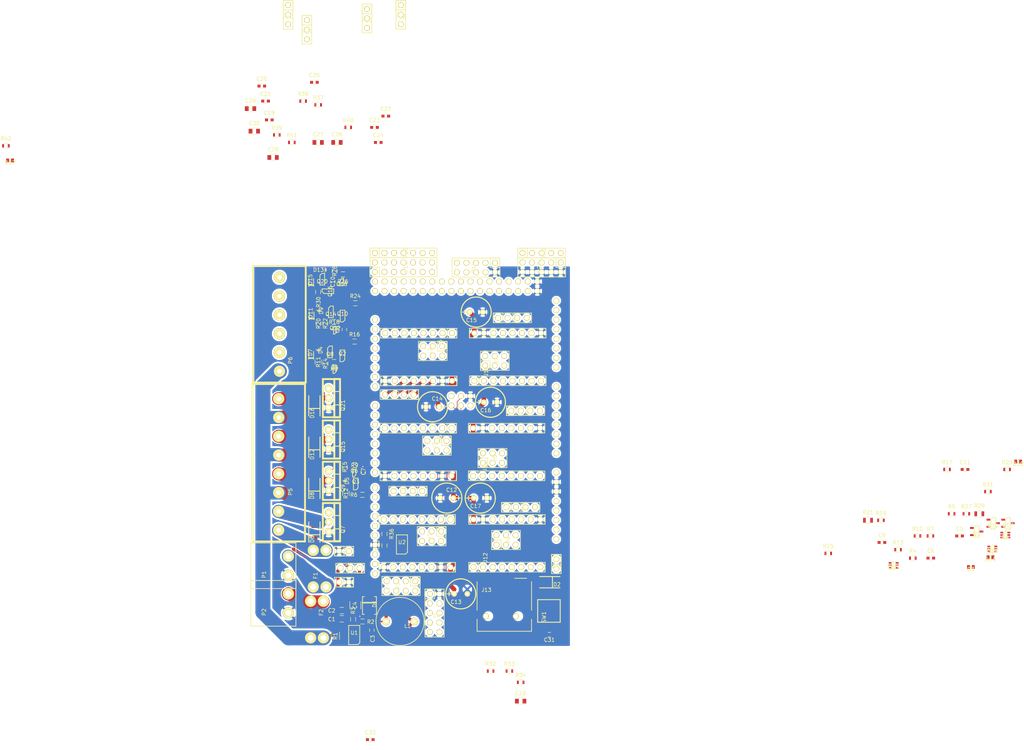
<source format=kicad_pcb>
(kicad_pcb (version 4) (host pcbnew 4.0.1-stable)
  (layers (0 F.Cu signal) (31 B.Cu signal) (34 B.Paste user) (35 F.Paste user) (36 B.SilkS user) (37 F.SilkS user) (38 B.Mask user) (39 F.Mask user) (44 Edge.Cuts user))
  (net 0 "")
  (net 1 Vsupply)
  (net 2 GND)
  (net 3 "Net-(C3-Pad1)")
  (net 4 "Net-(C4-Pad1)")
  (net 5 +12V)
  (net 6 "Net-(D1-Pad1)")
  (net 7 "Net-(D2-Pad1)")
  (net 8 HB-OUT)
  (net 9 MP-OUT1)
  (net 10 HP-OUT1)
  (net 11 Vheatbed)
  (net 12 LP-OUT1)
  (net 13 HP-OUT2)
  (net 14 LP-OUT2)
  (net 15 HP-OUT3)
  (net 16 "Net-(F1-Pad1)")
  (net 17 "Net-(F2-Pad1)")
  (net 18 ARDUINO-VIN)
  (net 19 HB-FET)
  (net 20 "Net-(Q1-Pad3)")
  (net 21 MP-FET1)
  (net 22 "Net-(Q2-Pad3)")
  (net 23 HP-FET1)
  (net 24 "Net-(Q3-Pad3)")
  (net 25 "Net-(Q4-Pad4)")
  (net 26 "Net-(Q5-Pad4)")
  (net 27 "Net-(Q6-Pad4)")
  (net 28 "Net-(Q7-Pad1)")
  (net 29 "Net-(Q8-Pad2)")
  (net 30 "Net-(Q9-Pad1)")
  (net 31 LP-FET1)
  (net 32 "Net-(Q10-Pad3)")
  (net 33 HP-FET2)
  (net 34 "Net-(Q11-Pad3)")
  (net 35 "Net-(Q12-Pad4)")
  (net 36 "Net-(Q13-Pad4)")
  (net 37 "Net-(Q14-Pad2)")
  (net 38 "Net-(Q15-Pad1)")
  (net 39 LP-FET2)
  (net 40 "Net-(Q16-Pad3)")
  (net 41 HP-FET3)
  (net 42 "Net-(Q17-Pad3)")
  (net 43 "Net-(Q18-Pad4)")
  (net 44 "Net-(Q19-Pad4)")
  (net 45 "Net-(Q20-Pad2)")
  (net 46 "Net-(Q21-Pad1)")
  (net 47 "Net-(R1-Pad2)")
  (net 48 "Net-(R2-Pad2)")
  (net 49 +3V3)
  (net 50 RESET)
  (net 51 "Net-(SHIELD1-Pad1)")
  (net 52 "Net-(SHIELD1-Pad5)")
  (net 53 "Net-(SHIELD1-PadAREF)")
  (net 54 +5V)
  (net 55 "Net-(SHIELD1-Pad25)")
  (net 56 "Net-(SHIELD1-Pad27)")
  (net 57 "Net-(SHIELD1-Pad29)")
  (net 58 "Net-(SHIELD1-Pad31)")
  (net 59 "Net-(SHIELD1-Pad33)")
  (net 60 "Net-(SHIELD1-Pad35)")
  (net 61 "Net-(SHIELD1-Pad37)")
  (net 62 "Net-(SHIELD1-Pad39)")
  (net 63 "Net-(SHIELD1-Pad40)")
  (net 64 "Net-(SHIELD1-PadIORF)")
  (net 65 "Net-(U1-Pad6)")
  (net 66 "Net-(J1-Pad1)")
  (net 67 "Net-(J1-Pad3)")
  (net 68 "Net-(J1-Pad5)")
  (net 69 "Net-(J1-Pad2)")
  (net 70 "Net-(J1-Pad4)")
  (net 71 "Net-(J1-Pad6)")
  (net 72 "Net-(J2-Pad1)")
  (net 73 "Net-(J2-Pad3)")
  (net 74 "Net-(J2-Pad5)")
  (net 75 "Net-(J2-Pad2)")
  (net 76 "Net-(J2-Pad4)")
  (net 77 "Net-(J2-Pad6)")
  (net 78 "Net-(J3-Pad1)")
  (net 79 "Net-(J3-Pad3)")
  (net 80 "Net-(J3-Pad5)")
  (net 81 "Net-(J3-Pad2)")
  (net 82 "Net-(J3-Pad4)")
  (net 83 "Net-(J3-Pad6)")
  (net 84 "Net-(J4-Pad5)")
  (net 85 "Net-(J4-Pad14)")
  (net 86 "Net-(J4-Pad13)")
  (net 87 "Net-(J4-Pad12)")
  (net 88 "Net-(J4-Pad11)")
  (net 89 "Net-(J5-Pad5)")
  (net 90 "Net-(J5-Pad14)")
  (net 91 "Net-(J5-Pad13)")
  (net 92 "Net-(J5-Pad12)")
  (net 93 "Net-(J5-Pad11)")
  (net 94 "Net-(J6-Pad5)")
  (net 95 "Net-(J6-Pad14)")
  (net 96 "Net-(J6-Pad13)")
  (net 97 "Net-(J6-Pad12)")
  (net 98 "Net-(J6-Pad11)")
  (net 99 "Net-(J7-Pad1)")
  (net 100 "Net-(J7-Pad3)")
  (net 101 "Net-(J7-Pad5)")
  (net 102 "Net-(J10-Pad2)")
  (net 103 "Net-(J10-Pad3)")
  (net 104 "Net-(J10-Pad4)")
  (net 105 "Net-(J8-Pad1)")
  (net 106 "Net-(J8-Pad3)")
  (net 107 "Net-(J8-Pad5)")
  (net 108 "Net-(J11-Pad2)")
  (net 109 "Net-(J11-Pad3)")
  (net 110 "Net-(J11-Pad4)")
  (net 111 "Net-(J9-Pad1)")
  (net 112 "Net-(J9-Pad3)")
  (net 113 "Net-(J9-Pad5)")
  (net 114 "Net-(J12-Pad2)")
  (net 115 "Net-(J12-Pad3)")
  (net 116 "Net-(J12-Pad4)")
  (net 117 "Net-(J10-Pad5)")
  (net 118 "Net-(J10-Pad14)")
  (net 119 "Net-(J10-Pad13)")
  (net 120 "Net-(J10-Pad12)")
  (net 121 "Net-(J10-Pad11)")
  (net 122 "Net-(J11-Pad5)")
  (net 123 "Net-(J11-Pad14)")
  (net 124 "Net-(J11-Pad13)")
  (net 125 "Net-(J11-Pad12)")
  (net 126 "Net-(J11-Pad11)")
  (net 127 "Net-(J12-Pad5)")
  (net 128 "Net-(J12-Pad14)")
  (net 129 "Net-(J12-Pad13)")
  (net 130 "Net-(J12-Pad12)")
  (net 131 "Net-(J12-Pad11)")
  (net 132 "Net-(J13-Pad1)")
  (net 133 "Net-(J13-Pad8)")
  (net 134 PROBE)
  (net 135 Z+)
  (net 136 Z-)
  (net 137 Y+)
  (net 138 Y-)
  (net 139 X+)
  (net 140 X-)
  (net 141 "Net-(P13-Pad1)")
  (net 142 ENC-SW)
  (net 143 "Net-(P13-Pad9)")
  (net 144 "Net-(P13-Pad10)")
  (net 145 ENC-A)
  (net 146 ENC-B)
  (net 147 AUX-1)
  (net 148 AUX-2)
  (net 149 AUX-3)
  (net 150 AUX-4)
  (net 151 "Net-(R35-Pad1)")
  (net 152 SCL1)
  (net 153 SDA1)
  (net 154 T0)
  (net 155 T1)
  (net 156 T2)
  (net 157 T3)
  (net 158 T4)
  (net 159 Z-EN)
  (net 160 Y-DIR)
  (net 161 Y-STEP)
  (net 162 SDA)
  (net 163 SCL)
  (net 164 E1-EN)
  (net 165 E1-STEP)
  (net 166 E1-DIR)
  (net 167 E2-DIR)
  (net 168 E2-STEP)
  (net 169 E2-EN)
  (net 170 Z-STEP)
  (net 171 Z-DIR)
  (net 172 CS1)
  (net 173 Y-EN)
  (net 174 X-DIR)
  (net 175 X-STEP)
  (net 176 X-EN)
  (net 177 E3-EN)
  (net 178 E3-STEP)
  (net 179 E3-DIR)
  (net 180 "Net-(D3-Pad1)")
  (net 181 "Net-(D4-Pad1)")
  (net 182 "Net-(D5-Pad1)")
  (net 183 "Net-(D9-Pad1)")
  (net 184 "Net-(D10-Pad1)")
  (net 185 "Net-(D13-Pad1)")
  (net 186 "Net-(D14-Pad1)")
  (net 187 "Net-(C31-Pad2)")
  (net 188 "Net-(D17-Pad1)")
  (net 189 STATUS-LED)
  (net 190 SD-CS)
  (net 191 SD-MOSI)
  (net 192 SD-SCK)
  (net 193 SD-MISO)
  (net 194 SD-CD)
  (net 195 SD2-CS)
  (net 196 LCD-D5)
  (net 197 LCD-D6)
  (net 198 LCD-D7)
  (net 199 LCD-RS)
  (net 200 LCD-E)
  (net 201 LCD-D4)
  (net 202 LCD-4)
  (net 203 LCD-5)
  (net 204 LCD-6)
  (net 205 LCD-7)
  (net 206 "Net-(SHIELD1-PadRST2)")
  (net 207 "Net-(SHIELD1-Pad5V_6)")
  (net 208 "Net-(SHIELD1-PadAD4)")
  (net 209 "Net-(SHIELD1-PadAD3)")
  (net 210 "Net-(SHIELD1-PadAD0)")
  (net 211 "Net-(SHIELD1-PadAD1)")
  (net 212 "Net-(SHIELD1-PadAD2)")
  (net 213 "Net-(SHIELD1-Pad15)")
  (net 214 "Net-(SHIELD1-Pad2)")
  (net 215 "Net-(SHIELD1-Pad3)")
  (module Resistors_SMD:R_1210 (layer F.Cu) (at 98.9 119.2 270)
    (fp_text reference C4 (at 0 0.1 270) (layer F.SilkS))
    (fp_text value 47uF)
    (pad 1 smd rect (at -1.45 0 270) (size 0.9 2.5) (layers F.Cu F.Paste F.Mask) (net 4 "Net-(C4-Pad1)"))
    (pad 2 smd rect (at 1.45 0 270) (size 0.9 2.5) (layers F.Cu F.Paste F.Mask) (net 2 GND))
  )
  (module Capacitors_SMD:C_0805 (layer F.Cu) (at 95.3 122.8)
    (fp_text reference C1 (at -2.7 0.1) (layer F.SilkS))
    (fp_text value 10uF)
    (pad 1 smd rect (at -1 0) (size 1 1.25) (layers F.Cu F.Paste F.Mask) (net 1 Vsupply))
    (pad 2 smd rect (at 1 0) (size 1 1.25) (layers F.Cu F.Paste F.Mask) (net 2 GND))
  )
  (module Capacitors_SMD:C_0805 (layer F.Cu) (at 95.3 120.6)
    (fp_text reference C2 (at -2.7 0) (layer F.SilkS))
    (fp_text value 10uF)
    (pad 1 smd rect (at -1 0) (size 1 1.25) (layers F.Cu F.Paste F.Mask) (net 1 Vsupply))
    (pad 2 smd rect (at 1 0) (size 1 1.25) (layers F.Cu F.Paste F.Mask) (net 2 GND))
  )
  (module Capacitors_SMD:C_0603 (layer F.Cu) (at 103.3 125.8 90)
    (fp_text reference C3 (at -2.3 0.2 90) (layer F.SilkS))
    (fp_text value 220pF)
    (pad 1 smd rect (at -0.75 0 90) (size 0.8 0.75) (layers F.Cu F.Paste F.Mask) (net 3 "Net-(C3-Pad1)"))
    (pad 2 smd rect (at 0.75 0 90) (size 0.8 0.75) (layers F.Cu F.Paste F.Mask) (net 2 GND))
  )
  (module Capacitors_SMD:C_0603 (layer F.Cu) (at 259.714524 100.735)
    (fp_text reference C5 (at 0 -1.9) (layer F.SilkS))
    (fp_text value 220nF)
    (pad 1 smd rect (at -0.75 0) (size 0.8 0.75) (layers F.Cu F.Paste F.Mask) (net 5 +12V))
    (pad 2 smd rect (at 0.75 0) (size 0.8 0.75) (layers F.Cu F.Paste F.Mask) (net 2 GND))
  )
  (module Capacitors_SMD:C_0603 (layer F.Cu) (at 252.054524 106.635)
    (fp_text reference C6 (at 0 -1.9) (layer F.SilkS))
    (fp_text value 220nF)
    (pad 1 smd rect (at -0.75 0) (size 0.8 0.75) (layers F.Cu F.Paste F.Mask) (net 5 +12V))
    (pad 2 smd rect (at 0.75 0) (size 0.8 0.75) (layers F.Cu F.Paste F.Mask) (net 2 GND))
  )
  (module Capacitors_SMD:C_0603 (layer F.Cu) (at 101 83.8 90)
    (fp_text reference C7 (at 0.2 0.05 90) (layer F.SilkS))
    (fp_text value 220nF)
    (pad 1 smd rect (at -0.75 0 90) (size 0.8 0.75) (layers F.Cu F.Paste F.Mask) (net 5 +12V))
    (pad 2 smd rect (at 0.75 0 90) (size 0.8 0.75) (layers F.Cu F.Paste F.Mask) (net 2 GND))
  )
  (module Capacitors_SMD:C_0603 (layer F.Cu) (at 96 45.8 90)
    (fp_text reference C8 (at 0 -1.9 90) (layer F.SilkS))
    (fp_text value 220nF)
    (pad 1 smd rect (at -0.75 0 90) (size 0.8 0.75) (layers F.Cu F.Paste F.Mask) (net 5 +12V))
    (pad 2 smd rect (at 0.75 0 90) (size 0.8 0.75) (layers F.Cu F.Paste F.Mask) (net 2 GND))
  )
  (module Capacitors_SMD:C_0603 (layer F.Cu) (at 239.044524 102.465)
    (fp_text reference C9 (at 0 -1.9) (layer F.SilkS))
    (fp_text value 220nF)
    (pad 1 smd rect (at -0.75 0) (size 0.8 0.75) (layers F.Cu F.Paste F.Mask) (net 5 +12V))
    (pad 2 smd rect (at 0.75 0) (size 0.8 0.75) (layers F.Cu F.Paste F.Mask) (net 2 GND))
  )
  (module Capacitors_SMD:C_0603 (layer F.Cu) (at 92.9 33.1 270)
    (fp_text reference C10 (at 0 0 270) (layer F.SilkS))
    (fp_text value 220nF)
    (pad 1 smd rect (at -0.75 0 270) (size 0.8 0.75) (layers F.Cu F.Paste F.Mask) (net 5 +12V))
    (pad 2 smd rect (at 0.75 0 270) (size 0.8 0.75) (layers F.Cu F.Paste F.Mask) (net 2 GND))
  )
  (module Capacitors_SMD:C_0603 (layer F.Cu) (at 261.164524 83.035)
    (fp_text reference C11 (at 0 -1.9) (layer F.SilkS))
    (fp_text value 220nF)
    (pad 1 smd rect (at -0.75 0) (size 0.8 0.75) (layers F.Cu F.Paste F.Mask) (net 5 +12V))
    (pad 2 smd rect (at 0.75 0) (size 0.8 0.75) (layers F.Cu F.Paste F.Mask) (net 2 GND))
  )
  (module geda-footprints:SMB (layer F.Cu) (at 103.4 118.8 90)
    (fp_text reference D1 (at 0 0.59944 90) (layer F.SilkS))
    (fp_text value STPS3L40UF hide)
    (pad 1 smd rect (at 1.69926 -0.7493 90) (size 1.99898 2.49936) (layers F.Cu F.Paste F.Mask) (net 6 "Net-(D1-Pad1)"))
    (pad 2 smd rect (at -2.49936 -0.7493 90) (size 1.99898 2.49936) (layers F.Cu F.Paste F.Mask) (net 2 GND))
  )
  (module geda-footprints:DO214AC (layer F.Cu) (at 152.55 113.05)
    (fp_text reference D2 (at 0 0.59944) (layer F.SilkS))
    (fp_text value ES1G hide)
    (pad 2 smd rect (at -3.79984 0) (size 1.6002 1.6002) (layers F.Cu F.Paste F.Mask) (net 5 +12V))
    (pad 1 smd rect (at 0 0) (size 1.6002 1.6002) (layers F.Cu F.Paste F.Mask) (net 7 "Net-(D2-Pad1)"))
  )
  (module geda-footprints:0603diode (layer F.Cu) (at 262.72981 109.016601)
    (fp_text reference D3 (at 0 0.59944) (layer F.SilkS))
    (fp_text value RED hide)
    (pad 1 smd rect (at -0.64516 -0.0127) (size 0.7493 1.00076) (layers F.Cu F.Paste F.Mask) (net 180 "Net-(D3-Pad1)"))
    (pad 2 smd rect (at 0.65532 -0.0127) (size 0.7493 1.00076) (layers F.Cu F.Paste F.Mask) (net 8 HB-OUT))
  )
  (module geda-footprints:0603diode (layer F.Cu) (at 89.05 51.3 90)
    (fp_text reference D4 (at 0 0.59944 90) (layer F.SilkS))
    (fp_text value RED hide)
    (pad 1 smd rect (at -0.64516 -0.0127 90) (size 0.7493 1.00076) (layers F.Cu F.Paste F.Mask) (net 181 "Net-(D4-Pad1)"))
    (pad 2 smd rect (at 0.65532 -0.0127 90) (size 0.7493 1.00076) (layers F.Cu F.Paste F.Mask) (net 9 MP-OUT1))
  )
  (module geda-footprints:0603diode (layer F.Cu) (at 96.1 86.1 90)
    (fp_text reference D5 (at 0 0.59944 90) (layer F.SilkS))
    (fp_text value RED hide)
    (pad 1 smd rect (at -0.64516 -0.0127 90) (size 0.7493 1.00076) (layers F.Cu F.Paste F.Mask) (net 182 "Net-(D5-Pad1)"))
    (pad 2 smd rect (at 0.65532 -0.0127 90) (size 0.7493 1.00076) (layers F.Cu F.Paste F.Mask) (net 10 HP-OUT1))
  )
  (module geda-footprints:DO214AC (layer F.Cu) (at 88 101.6 270)
    (fp_text reference D6 (at 0 0.59944 270) (layer F.SilkS))
    (fp_text value ES1G hide)
    (pad 2 smd rect (at -3.79984 0 270) (size 1.6002 1.6002) (layers F.Cu F.Paste F.Mask) (net 8 HB-OUT))
    (pad 1 smd rect (at 0 0 270) (size 1.6002 1.6002) (layers F.Cu F.Paste F.Mask) (net 11 Vheatbed))
  )
  (module geda-footprints:LL-34 (layer F.Cu) (at 87.5 51.9 270)
    (fp_text reference D7 (at 0 0.59944 270) (layer F.SilkS))
    (fp_text value 1n4148 hide)
    (pad 1 smd rect (at -0.89916 0.35052 270) (size 1.00076 1.50114) (layers F.Cu F.Paste F.Mask) (net 9 MP-OUT1))
    (pad 2 smd rect (at 2.4003 0.35052 270) (size 1.00076 1.50114) (layers F.Cu F.Paste F.Mask) (net 1 Vsupply))
  )
  (module geda-footprints:DO214AC (layer F.Cu) (at 88 90 270)
    (fp_text reference D8 (at 0 0.59944 270) (layer F.SilkS))
    (fp_text value ES1G hide)
    (pad 2 smd rect (at -3.79984 0 270) (size 1.6002 1.6002) (layers F.Cu F.Paste F.Mask) (net 10 HP-OUT1))
    (pad 1 smd rect (at 0 0 270) (size 1.6002 1.6002) (layers F.Cu F.Paste F.Mask) (net 1 Vsupply))
  )
  (module geda-footprints:0603diode (layer F.Cu) (at 89.2 40.8 90)
    (fp_text reference D9 (at 0 0.59944 90) (layer F.SilkS))
    (fp_text value RED hide)
    (pad 1 smd rect (at -0.64516 -0.0127 90) (size 0.7493 1.00076) (layers F.Cu F.Paste F.Mask) (net 183 "Net-(D9-Pad1)"))
    (pad 2 smd rect (at 0.65532 -0.0127 90) (size 0.7493 1.00076) (layers F.Cu F.Paste F.Mask) (net 12 LP-OUT1))
  )
  (module geda-footprints:0603diode (layer F.Cu) (at 275.30981 80.946601)
    (fp_text reference D10 (at 0 0.59944) (layer F.SilkS))
    (fp_text value RED hide)
    (pad 1 smd rect (at -0.64516 -0.0127) (size 0.7493 1.00076) (layers F.Cu F.Paste F.Mask) (net 184 "Net-(D10-Pad1)"))
    (pad 2 smd rect (at 0.65532 -0.0127) (size 0.7493 1.00076) (layers F.Cu F.Paste F.Mask) (net 13 HP-OUT2))
  )
  (module geda-footprints:LL-34 (layer F.Cu) (at 87.6 41.4 270)
    (fp_text reference D11 (at 0 0.59944 270) (layer F.SilkS))
    (fp_text value 1n4148 hide)
    (pad 1 smd rect (at -0.89916 0.35052 270) (size 1.00076 1.50114) (layers F.Cu F.Paste F.Mask) (net 12 LP-OUT1))
    (pad 2 smd rect (at 2.4003 0.35052 270) (size 1.00076 1.50114) (layers F.Cu F.Paste F.Mask) (net 5 +12V))
  )
  (module geda-footprints:DO214AC (layer F.Cu) (at 88 79 270)
    (fp_text reference D12 (at 0 0.59944 270) (layer F.SilkS))
    (fp_text value ES1G hide)
    (pad 2 smd rect (at -3.79984 0 270) (size 1.6002 1.6002) (layers F.Cu F.Paste F.Mask) (net 13 HP-OUT2))
    (pad 1 smd rect (at 0 0 270) (size 1.6002 1.6002) (layers F.Cu F.Paste F.Mask) (net 1 Vsupply))
  )
  (module geda-footprints:0603diode (layer F.Cu) (at 91 29.9 180)
    (fp_text reference D13 (at 1.9 0 180) (layer F.SilkS))
    (fp_text value RED hide)
    (pad 1 smd rect (at -0.64516 -0.0127 180) (size 0.7493 1.00076) (layers F.Cu F.Paste F.Mask) (net 185 "Net-(D13-Pad1)"))
    (pad 2 smd rect (at 0.65532 -0.0127 180) (size 0.7493 1.00076) (layers F.Cu F.Paste F.Mask) (net 14 LP-OUT2))
  )
  (module geda-footprints:0603diode (layer F.Cu) (at 267.92981 106.416601)
    (fp_text reference D14 (at 0 0.59944) (layer F.SilkS))
    (fp_text value RED hide)
    (pad 1 smd rect (at -0.64516 -0.0127) (size 0.7493 1.00076) (layers F.Cu F.Paste F.Mask) (net 186 "Net-(D14-Pad1)"))
    (pad 2 smd rect (at 0.65532 -0.0127) (size 0.7493 1.00076) (layers F.Cu F.Paste F.Mask) (net 15 HP-OUT3))
  )
  (module geda-footprints:LL-34 (layer F.Cu) (at 87.5 32.5 270)
    (fp_text reference D15 (at 0 0.59944 270) (layer F.SilkS))
    (fp_text value 1n4148 hide)
    (pad 1 smd rect (at -0.89916 0.35052 270) (size 1.00076 1.50114) (layers F.Cu F.Paste F.Mask) (net 14 LP-OUT2))
    (pad 2 smd rect (at 2.4003 0.35052 270) (size 1.00076 1.50114) (layers F.Cu F.Paste F.Mask) (net 5 +12V))
  )
  (module geda-footprints:DO214AC (layer F.Cu) (at 88 68 270)
    (fp_text reference D16 (at 0 0.59944 270) (layer F.SilkS))
    (fp_text value ES1G hide)
    (pad 2 smd rect (at -3.79984 0 270) (size 1.6002 1.6002) (layers F.Cu F.Paste F.Mask) (net 15 HP-OUT3))
    (pad 1 smd rect (at 0 0 270) (size 1.6002 1.6002) (layers F.Cu F.Paste F.Mask) (net 1 Vsupply))
  )
  (module geda-footprints:FUSEHOLDER_MINI_KEYSTONE_3557 (layer F.Cu) (at 87.7 111.3 90)
    (fp_text reference F1 (at 0 0.59944 90) (layer F.SilkS))
    (fp_text value FUSE hide)
    (pad 1 thru_hole circle (at -2.99974 0 90) (size 2.99974 2.99974) (drill 1.6002) (layers *.Cu *.Mask F.SilkS) (net 16 "Net-(F1-Pad1)"))
    (pad 1 thru_hole circle (at -2.99974 3.40106 90) (size 2.99974 2.99974) (drill 1.6002) (layers *.Cu *.Mask F.SilkS) (net 16 "Net-(F1-Pad1)"))
    (pad 2 thru_hole circle (at 6.75132 0 90) (size 2.99974 2.99974) (drill 1.6002) (layers *.Cu *.Mask F.SilkS) (net 11 Vheatbed))
    (pad 2 thru_hole circle (at 6.75132 3.40106 90) (size 2.99974 2.99974) (drill 1.6002) (layers *.Cu *.Mask F.SilkS) (net 11 Vheatbed))
  )
  (module geda-footprints:FUSEHOLDER_MINI_KEYSTONE_3557 (layer F.Cu) (at 90.4 121.1 270)
    (fp_text reference F2 (at 0 0.59944 270) (layer F.SilkS))
    (fp_text value FUSE hide)
    (pad 1 thru_hole circle (at -2.99974 0 270) (size 2.99974 2.99974) (drill 1.6002) (layers *.Cu *.Mask F.SilkS) (net 17 "Net-(F2-Pad1)"))
    (pad 1 thru_hole circle (at -2.99974 3.40106 270) (size 2.99974 2.99974) (drill 1.6002) (layers *.Cu *.Mask F.SilkS) (net 17 "Net-(F2-Pad1)"))
    (pad 2 thru_hole circle (at 6.75132 0 270) (size 2.99974 2.99974) (drill 1.6002) (layers *.Cu *.Mask F.SilkS) (net 1 Vsupply))
    (pad 2 thru_hole circle (at 6.75132 3.40106 270) (size 2.99974 2.99974) (drill 1.6002) (layers *.Cu *.Mask F.SilkS) (net 1 Vsupply))
  )
  (module geda-footprints:CON_HDR_1x3 (layer F.Cu) (at 97.5 109.3 270)
    (fp_text reference JP1 (at 0 0.59944 270) (layer F.SilkS))
    (fp_text value VSEL hide)
    (pad 1 thru_hole circle (at 0 -2.54 270) (size 1.524 1.524) (drill 1.016) (layers *.Cu *.Mask F.SilkS) (net 4 "Net-(C4-Pad1)"))
    (pad 2 thru_hole circle (at 0 0 270) (size 1.524 1.524) (drill 1.016) (layers *.Cu *.Mask F.SilkS) (net 5 +12V))
    (pad 3 thru_hole circle (at 0 2.54 270) (size 1.524 1.524) (drill 1.016) (layers *.Cu *.Mask F.SilkS) (net 1 Vsupply))
  )
  (module geda-footprints:CON_HDR_1x2 (layer F.Cu) (at 152.4 108.2)
    (fp_text reference JP2 (at 0 0.59944) (layer F.SilkS))
    (fp_text value BOARD_POWER hide)
    (pad 1 thru_hole circle (at 0 -1.27) (size 1.524 1.524) (drill 1.016) (layers *.Cu *.Mask F.SilkS) (net 7 "Net-(D2-Pad1)"))
    (pad 2 thru_hole circle (at 0 1.27) (size 1.524 1.524) (drill 1.016) (layers *.Cu *.Mask F.SilkS) (net 18 ARDUINO-VIN))
  )
  (module geda-footprints:INDUCTOR_AIUR06 (layer F.Cu) (at 112.8 125.3 180)
    (fp_text reference L1 (at 0 0.59944 180) (layer F.SilkS))
    (fp_text value 100uF hide)
    (pad 1 thru_hole circle (at -1.69926 1.80086 180) (size 1.99898 1.99898) (drill 1.00076) (layers *.Cu *.Mask F.SilkS) (net 6 "Net-(D1-Pad1)"))
    (pad 2 thru_hole circle (at 5.69976 1.80086 180) (size 1.99898 1.99898) (drill 1.00076) (layers *.Cu *.Mask F.SilkS) (net 4 "Net-(C4-Pad1)"))
  )
  (module geda-footprints:CON_WURTH_WR_TBL_313_2 (layer F.Cu) (at 74 111 90)
    (fp_text reference P1 (at 0 0.59944 90) (layer F.SilkS))
    (fp_text value CONN_01X02 hide)
    (pad 1 thru_hole circle (at -0.21082 7.06882 90) (size 2.99974 2.99974) (drill 1.6002) (layers *.Cu *.Mask F.SilkS) (net 2 GND))
    (pad 2 thru_hole circle (at 4.86918 7.06882 90) (size 2.99974 2.99974) (drill 1.6002) (layers *.Cu *.Mask F.SilkS) (net 16 "Net-(F1-Pad1)"))
  )
  (module geda-footprints:CON_WURTH_WR_TBL_313_2 (layer F.Cu) (at 74 121 90)
    (fp_text reference P2 (at 0 0.59944 90) (layer F.SilkS))
    (fp_text value CONN_01X02 hide)
    (pad 1 thru_hole circle (at -0.21082 7.06882 90) (size 2.99974 2.99974) (drill 1.6002) (layers *.Cu *.Mask F.SilkS) (net 2 GND))
    (pad 2 thru_hole circle (at 4.86918 7.06882 90) (size 2.99974 2.99974) (drill 1.6002) (layers *.Cu *.Mask F.SilkS) (net 17 "Net-(F2-Pad1)"))
  )
  (module geda-footprints:SOT23_3L (layer F.Cu) (at 264.26292 99.559731)
    (fp_text reference Q1 (at 0 0.59944) (layer F.SilkS))
    (fp_text value 2N7002P hide)
    (pad 1 smd rect (at -1.27254 -0.94996) (size 1.00076 0.50038) (layers F.Cu F.Paste F.Mask) (net 19 HB-FET))
    (pad 2 smd rect (at -1.27254 0.94996) (size 1.00076 0.50038) (layers F.Cu F.Paste F.Mask) (net 2 GND))
    (pad 3 smd rect (at 1.27508 0) (size 0.99822 0.50038) (layers F.Cu F.Paste F.Mask) (net 20 "Net-(Q1-Pad3)"))
  )
  (module geda-footprints:SOT23_3L (layer F.Cu) (at 95.45 52.8 180)
    (fp_text reference Q2 (at 0 0.59944 180) (layer F.SilkS))
    (fp_text value 2N7002P hide)
    (pad 1 smd rect (at -1.27254 -0.94996 180) (size 1.00076 0.50038) (layers F.Cu F.Paste F.Mask) (net 21 MP-FET1))
    (pad 2 smd rect (at -1.27254 0.94996 180) (size 1.00076 0.50038) (layers F.Cu F.Paste F.Mask) (net 2 GND))
    (pad 3 smd rect (at 1.27508 0 180) (size 0.99822 0.50038) (layers F.Cu F.Paste F.Mask) (net 22 "Net-(Q2-Pad3)"))
  )
  (module geda-footprints:SOT23_3L (layer F.Cu) (at 99 86.9 180)
    (fp_text reference Q3 (at 0 0.59944 180) (layer F.SilkS))
    (fp_text value 2N7002P hide)
    (pad 1 smd rect (at -1.27254 -0.94996 180) (size 1.00076 0.50038) (layers F.Cu F.Paste F.Mask) (net 23 HP-FET1))
    (pad 2 smd rect (at -1.27254 0.94996 180) (size 1.00076 0.50038) (layers F.Cu F.Paste F.Mask) (net 2 GND))
    (pad 3 smd rect (at 1.27508 0 180) (size 0.99822 0.50038) (layers F.Cu F.Paste F.Mask) (net 24 "Net-(Q3-Pad3)"))
  )
  (module geda-footprints:SC70_6L (layer F.Cu) (at 271.891944 100.491091)
    (fp_text reference Q4 (at 0 0.59944) (layer F.SilkS))
    (fp_text value BC846BPDW1 hide)
    (pad 1 smd rect (at -0.94996 -0.65024) (size 0.75184 0.40132) (layers F.Cu F.Paste F.Mask) (net 5 +12V))
    (pad 2 smd rect (at -0.94996 0) (size 0.75184 0.40132) (layers F.Cu F.Paste F.Mask) (net 20 "Net-(Q1-Pad3)"))
    (pad 3 smd rect (at -0.94996 0.65024) (size 0.75184 0.40132) (layers F.Cu F.Paste F.Mask) (net 2 GND))
    (pad 4 smd rect (at 0.94996 0.65024) (size 0.75184 0.40132) (layers F.Cu F.Paste F.Mask) (net 25 "Net-(Q4-Pad4)"))
    (pad 5 smd rect (at 0.94996 0) (size 0.75184 0.40132) (layers F.Cu F.Paste F.Mask) (net 20 "Net-(Q1-Pad3)"))
    (pad 6 smd rect (at 0.94996 -0.65024) (size 0.75184 0.40132) (layers F.Cu F.Paste F.Mask) (net 25 "Net-(Q4-Pad4)"))
  )
  (module geda-footprints:SC70_6L (layer F.Cu) (at 93.4 56.45 180)
    (fp_text reference Q5 (at 0 0.59944 180) (layer F.SilkS))
    (fp_text value BC846BPDW1 hide)
    (pad 1 smd rect (at -0.94996 -0.65024 180) (size 0.75184 0.40132) (layers F.Cu F.Paste F.Mask) (net 5 +12V))
    (pad 2 smd rect (at -0.94996 0 180) (size 0.75184 0.40132) (layers F.Cu F.Paste F.Mask) (net 22 "Net-(Q2-Pad3)"))
    (pad 3 smd rect (at -0.94996 0.65024 180) (size 0.75184 0.40132) (layers F.Cu F.Paste F.Mask) (net 2 GND))
    (pad 4 smd rect (at 0.94996 0.65024 180) (size 0.75184 0.40132) (layers F.Cu F.Paste F.Mask) (net 26 "Net-(Q5-Pad4)"))
    (pad 5 smd rect (at 0.94996 0 180) (size 0.75184 0.40132) (layers F.Cu F.Paste F.Mask) (net 22 "Net-(Q2-Pad3)"))
    (pad 6 smd rect (at 0.94996 -0.65024 180) (size 0.75184 0.40132) (layers F.Cu F.Paste F.Mask) (net 26 "Net-(Q5-Pad4)"))
  )
  (module geda-footprints:SC70_6L (layer F.Cu) (at 98.6 84 180)
    (fp_text reference Q6 (at 0 0.59944 180) (layer F.SilkS))
    (fp_text value BC846BPDW1 hide)
    (pad 1 smd rect (at -0.94996 -0.65024 180) (size 0.75184 0.40132) (layers F.Cu F.Paste F.Mask) (net 5 +12V))
    (pad 2 smd rect (at -0.94996 0 180) (size 0.75184 0.40132) (layers F.Cu F.Paste F.Mask) (net 24 "Net-(Q3-Pad3)"))
    (pad 3 smd rect (at -0.94996 0.65024 180) (size 0.75184 0.40132) (layers F.Cu F.Paste F.Mask) (net 2 GND))
    (pad 4 smd rect (at 0.94996 0.65024 180) (size 0.75184 0.40132) (layers F.Cu F.Paste F.Mask) (net 27 "Net-(Q6-Pad4)"))
    (pad 5 smd rect (at 0.94996 0 180) (size 0.75184 0.40132) (layers F.Cu F.Paste F.Mask) (net 24 "Net-(Q3-Pad3)"))
    (pad 6 smd rect (at 0.94996 -0.65024 180) (size 0.75184 0.40132) (layers F.Cu F.Paste F.Mask) (net 27 "Net-(Q6-Pad4)"))
  )
  (module geda-footprints:TO-220 (layer F.Cu) (at 95 99 90)
    (fp_text reference Q7 (at 0 0.59944 90) (layer F.SilkS))
    (fp_text value IRFB7545PbF hide)
    (pad 1 thru_hole circle (at 4.50088 -3.2004 90) (size 1.99898 1.99898) (drill 1.00076) (layers *.Cu *.Mask F.SilkS) (net 28 "Net-(Q7-Pad1)"))
    (pad 2 thru_hole circle (at 1.99898 -3.2004 90) (size 1.99898 1.99898) (drill 1.00076) (layers *.Cu *.Mask F.SilkS) (net 8 HB-OUT))
    (pad 3 thru_hole circle (at -0.59944 -3.2004 90) (size 1.99898 1.99898) (drill 1.00076) (layers *.Cu *.Mask F.SilkS) (net 2 GND))
  )
  (module geda-footprints:SOT23_3L (layer F.Cu) (at 92.15 51.75)
    (fp_text reference Q8 (at 0 0.59944) (layer F.SilkS))
    (fp_text value SI2318CDS-T1-GE3 hide)
    (pad 1 smd rect (at -1.27254 -0.94996) (size 1.00076 0.50038) (layers F.Cu F.Paste F.Mask) (net 9 MP-OUT1))
    (pad 2 smd rect (at -1.27254 0.94996) (size 1.00076 0.50038) (layers F.Cu F.Paste F.Mask) (net 29 "Net-(Q8-Pad2)"))
    (pad 3 smd rect (at 1.27508 0) (size 0.99822 0.50038) (layers F.Cu F.Paste F.Mask) (net 2 GND))
  )
  (module geda-footprints:TO-220 (layer F.Cu) (at 95 88 90)
    (fp_text reference Q9 (at 0 0.59944 90) (layer F.SilkS))
    (fp_text value IRFB7545PbF hide)
    (pad 1 thru_hole circle (at 4.50088 -3.2004 90) (size 1.99898 1.99898) (drill 1.00076) (layers *.Cu *.Mask F.SilkS) (net 30 "Net-(Q9-Pad1)"))
    (pad 2 thru_hole circle (at 1.99898 -3.2004 90) (size 1.99898 1.99898) (drill 1.00076) (layers *.Cu *.Mask F.SilkS) (net 10 HP-OUT1))
    (pad 3 thru_hole circle (at -0.59944 -3.2004 90) (size 1.99898 1.99898) (drill 1.00076) (layers *.Cu *.Mask F.SilkS) (net 2 GND))
  )
  (module geda-footprints:SOT23_3L (layer F.Cu) (at 95.5 42.2 180)
    (fp_text reference Q10 (at 0 0.59944 180) (layer F.SilkS))
    (fp_text value 2N7002P hide)
    (pad 1 smd rect (at -1.27254 -0.94996 180) (size 1.00076 0.50038) (layers F.Cu F.Paste F.Mask) (net 31 LP-FET1))
    (pad 2 smd rect (at -1.27254 0.94996 180) (size 1.00076 0.50038) (layers F.Cu F.Paste F.Mask) (net 2 GND))
    (pad 3 smd rect (at 1.27508 0 180) (size 0.99822 0.50038) (layers F.Cu F.Paste F.Mask) (net 32 "Net-(Q10-Pad3)"))
  )
  (module geda-footprints:SOT23_3L (layer F.Cu) (at 268.66292 97.349731)
    (fp_text reference Q11 (at 0 0.59944) (layer F.SilkS))
    (fp_text value 2N7002P hide)
    (pad 1 smd rect (at -1.27254 -0.94996) (size 1.00076 0.50038) (layers F.Cu F.Paste F.Mask) (net 33 HP-FET2))
    (pad 2 smd rect (at -1.27254 0.94996) (size 1.00076 0.50038) (layers F.Cu F.Paste F.Mask) (net 2 GND))
    (pad 3 smd rect (at 1.27508 0) (size 0.99822 0.50038) (layers F.Cu F.Paste F.Mask) (net 34 "Net-(Q11-Pad3)"))
  )
  (module geda-footprints:SC70_6L (layer F.Cu) (at 93.5 46 180)
    (fp_text reference Q12 (at 0 0.59944 180) (layer F.SilkS))
    (fp_text value BC846BPDW1 hide)
    (pad 1 smd rect (at -0.94996 -0.65024 180) (size 0.75184 0.40132) (layers F.Cu F.Paste F.Mask) (net 5 +12V))
    (pad 2 smd rect (at -0.94996 0 180) (size 0.75184 0.40132) (layers F.Cu F.Paste F.Mask) (net 32 "Net-(Q10-Pad3)"))
    (pad 3 smd rect (at -0.94996 0.65024 180) (size 0.75184 0.40132) (layers F.Cu F.Paste F.Mask) (net 2 GND))
    (pad 4 smd rect (at 0.94996 0.65024 180) (size 0.75184 0.40132) (layers F.Cu F.Paste F.Mask) (net 35 "Net-(Q12-Pad4)"))
    (pad 5 smd rect (at 0.94996 0 180) (size 0.75184 0.40132) (layers F.Cu F.Paste F.Mask) (net 32 "Net-(Q10-Pad3)"))
    (pad 6 smd rect (at 0.94996 -0.65024 180) (size 0.75184 0.40132) (layers F.Cu F.Paste F.Mask) (net 35 "Net-(Q12-Pad4)"))
  )
  (module geda-footprints:SC70_6L (layer F.Cu) (at 242.171944 108.561091)
    (fp_text reference Q13 (at 0 0.59944) (layer F.SilkS))
    (fp_text value BC846BPDW1 hide)
    (pad 1 smd rect (at -0.94996 -0.65024) (size 0.75184 0.40132) (layers F.Cu F.Paste F.Mask) (net 5 +12V))
    (pad 2 smd rect (at -0.94996 0) (size 0.75184 0.40132) (layers F.Cu F.Paste F.Mask) (net 34 "Net-(Q11-Pad3)"))
    (pad 3 smd rect (at -0.94996 0.65024) (size 0.75184 0.40132) (layers F.Cu F.Paste F.Mask) (net 2 GND))
    (pad 4 smd rect (at 0.94996 0.65024) (size 0.75184 0.40132) (layers F.Cu F.Paste F.Mask) (net 36 "Net-(Q13-Pad4)"))
    (pad 5 smd rect (at 0.94996 0) (size 0.75184 0.40132) (layers F.Cu F.Paste F.Mask) (net 34 "Net-(Q11-Pad3)"))
    (pad 6 smd rect (at 0.94996 -0.65024) (size 0.75184 0.40132) (layers F.Cu F.Paste F.Mask) (net 36 "Net-(Q13-Pad4)"))
  )
  (module geda-footprints:SOT23_3L (layer F.Cu) (at 92.4 41.1)
    (fp_text reference Q14 (at 0 0.59944) (layer F.SilkS))
    (fp_text value SI2318CDS-T1-GE3 hide)
    (pad 1 smd rect (at -1.27254 -0.94996) (size 1.00076 0.50038) (layers F.Cu F.Paste F.Mask) (net 12 LP-OUT1))
    (pad 2 smd rect (at -1.27254 0.94996) (size 1.00076 0.50038) (layers F.Cu F.Paste F.Mask) (net 37 "Net-(Q14-Pad2)"))
    (pad 3 smd rect (at 1.27508 0) (size 0.99822 0.50038) (layers F.Cu F.Paste F.Mask) (net 2 GND))
  )
  (module geda-footprints:TO-220 (layer F.Cu) (at 95 77 90)
    (fp_text reference Q15 (at 0 0.59944 90) (layer F.SilkS))
    (fp_text value IRFB7545PbF hide)
    (pad 1 thru_hole circle (at 4.50088 -3.2004 90) (size 1.99898 1.99898) (drill 1.00076) (layers *.Cu *.Mask F.SilkS) (net 38 "Net-(Q15-Pad1)"))
    (pad 2 thru_hole circle (at 1.99898 -3.2004 90) (size 1.99898 1.99898) (drill 1.00076) (layers *.Cu *.Mask F.SilkS) (net 13 HP-OUT2))
    (pad 3 thru_hole circle (at -0.59944 -3.2004 90) (size 1.99898 1.99898) (drill 1.00076) (layers *.Cu *.Mask F.SilkS) (net 2 GND))
  )
  (module geda-footprints:SOT23_3L (layer F.Cu) (at 91.6 35.6 90)
    (fp_text reference Q16 (at 0 0.59944 90) (layer F.SilkS))
    (fp_text value 2N7002P hide)
    (pad 1 smd rect (at -1.27254 -0.94996 90) (size 1.00076 0.50038) (layers F.Cu F.Paste F.Mask) (net 39 LP-FET2))
    (pad 2 smd rect (at -1.27254 0.94996 90) (size 1.00076 0.50038) (layers F.Cu F.Paste F.Mask) (net 2 GND))
    (pad 3 smd rect (at 1.27508 0 90) (size 0.99822 0.50038) (layers F.Cu F.Paste F.Mask) (net 40 "Net-(Q16-Pad3)"))
  )
  (module geda-footprints:SOT23_3L (layer F.Cu) (at 272.60292 97.349731)
    (fp_text reference Q17 (at 0 0.59944) (layer F.SilkS))
    (fp_text value 2N7002P hide)
    (pad 1 smd rect (at -1.27254 -0.94996) (size 1.00076 0.50038) (layers F.Cu F.Paste F.Mask) (net 41 HP-FET3))
    (pad 2 smd rect (at -1.27254 0.94996) (size 1.00076 0.50038) (layers F.Cu F.Paste F.Mask) (net 2 GND))
    (pad 3 smd rect (at 1.27508 0) (size 0.99822 0.50038) (layers F.Cu F.Paste F.Mask) (net 42 "Net-(Q17-Pad3)"))
  )
  (module geda-footprints:SC70_6L (layer F.Cu) (at 95.3 33.1)
    (fp_text reference Q18 (at 0 0.59944) (layer F.SilkS))
    (fp_text value BC846BPDW1 hide)
    (pad 1 smd rect (at -0.94996 -0.65024) (size 0.75184 0.40132) (layers F.Cu F.Paste F.Mask) (net 5 +12V))
    (pad 2 smd rect (at -0.94996 0) (size 0.75184 0.40132) (layers F.Cu F.Paste F.Mask) (net 40 "Net-(Q16-Pad3)"))
    (pad 3 smd rect (at -0.94996 0.65024) (size 0.75184 0.40132) (layers F.Cu F.Paste F.Mask) (net 2 GND))
    (pad 4 smd rect (at 0.94996 0.65024) (size 0.75184 0.40132) (layers F.Cu F.Paste F.Mask) (net 43 "Net-(Q18-Pad4)"))
    (pad 5 smd rect (at 0.94996 0) (size 0.75184 0.40132) (layers F.Cu F.Paste F.Mask) (net 40 "Net-(Q16-Pad3)"))
    (pad 6 smd rect (at 0.94996 -0.65024) (size 0.75184 0.40132) (layers F.Cu F.Paste F.Mask) (net 43 "Net-(Q18-Pad4)"))
  )
  (module geda-footprints:SC70_6L (layer F.Cu) (at 268.431944 104.181091)
    (fp_text reference Q19 (at 0 0.59944) (layer F.SilkS))
    (fp_text value BC846BPDW1 hide)
    (pad 1 smd rect (at -0.94996 -0.65024) (size 0.75184 0.40132) (layers F.Cu F.Paste F.Mask) (net 5 +12V))
    (pad 2 smd rect (at -0.94996 0) (size 0.75184 0.40132) (layers F.Cu F.Paste F.Mask) (net 42 "Net-(Q17-Pad3)"))
    (pad 3 smd rect (at -0.94996 0.65024) (size 0.75184 0.40132) (layers F.Cu F.Paste F.Mask) (net 2 GND))
    (pad 4 smd rect (at 0.94996 0.65024) (size 0.75184 0.40132) (layers F.Cu F.Paste F.Mask) (net 44 "Net-(Q19-Pad4)"))
    (pad 5 smd rect (at 0.94996 0) (size 0.75184 0.40132) (layers F.Cu F.Paste F.Mask) (net 42 "Net-(Q17-Pad3)"))
    (pad 6 smd rect (at 0.94996 -0.65024) (size 0.75184 0.40132) (layers F.Cu F.Paste F.Mask) (net 44 "Net-(Q19-Pad4)"))
  )
  (module geda-footprints:SOT23_3L (layer F.Cu) (at 90.1 32.4)
    (fp_text reference Q20 (at 0 0.59944) (layer F.SilkS))
    (fp_text value SI2318CDS-T1-GE3 hide)
    (pad 1 smd rect (at -1.27254 -0.94996) (size 1.00076 0.50038) (layers F.Cu F.Paste F.Mask) (net 14 LP-OUT2))
    (pad 2 smd rect (at -1.27254 0.94996) (size 1.00076 0.50038) (layers F.Cu F.Paste F.Mask) (net 45 "Net-(Q20-Pad2)"))
    (pad 3 smd rect (at 1.27508 0) (size 0.99822 0.50038) (layers F.Cu F.Paste F.Mask) (net 2 GND))
  )
  (module geda-footprints:TO-220 (layer F.Cu) (at 95 66 90)
    (fp_text reference Q21 (at 0 0.59944 90) (layer F.SilkS))
    (fp_text value IRFB7545PbF hide)
    (pad 1 thru_hole circle (at 4.50088 -3.2004 90) (size 1.99898 1.99898) (drill 1.00076) (layers *.Cu *.Mask F.SilkS) (net 46 "Net-(Q21-Pad1)"))
    (pad 2 thru_hole circle (at 1.99898 -3.2004 90) (size 1.99898 1.99898) (drill 1.00076) (layers *.Cu *.Mask F.SilkS) (net 15 HP-OUT3))
    (pad 3 thru_hole circle (at -0.59944 -3.2004 90) (size 1.99898 1.99898) (drill 1.00076) (layers *.Cu *.Mask F.SilkS) (net 2 GND))
  )
  (module Resistors_SMD:R_1206 (layer F.Cu) (at 93.6 127.3 270)
    (fp_text reference R1 (at 0.1 0 270) (layer F.SilkS))
    (fp_text value 0.22R)
    (pad 1 smd rect (at -1.45 0 270) (size 0.9 1.7) (layers F.Cu F.Paste F.Mask) (net 1 Vsupply))
    (pad 2 smd rect (at 1.45 0 270) (size 0.9 1.7) (layers F.Cu F.Paste F.Mask) (net 47 "Net-(R1-Pad2)"))
  )
  (module Resistors_SMD:R_0603 (layer F.Cu) (at 100.8 123.5 180)
    (fp_text reference R2 (at -2.2 -0.1 180) (layer F.SilkS))
    (fp_text value 10K)
    (pad 1 smd rect (at -0.75 0 180) (size 0.5 0.9) (layers F.Cu F.Paste F.Mask) (net 4 "Net-(C4-Pad1)"))
    (pad 2 smd rect (at 0.75 0 180) (size 0.5 0.9) (layers F.Cu F.Paste F.Mask) (net 48 "Net-(R2-Pad2)"))
  )
  (module Resistors_SMD:R_0603 (layer F.Cu) (at 98.3 122.9 90)
    (fp_text reference R3 (at 2.3 0 90) (layer F.SilkS))
    (fp_text value 1K1)
    (pad 1 smd rect (at -0.75 0 90) (size 0.5 0.9) (layers F.Cu F.Paste F.Mask) (net 48 "Net-(R2-Pad2)"))
    (pad 2 smd rect (at 0.75 0 90) (size 0.5 0.9) (layers F.Cu F.Paste F.Mask) (net 2 GND))
  )
  (module Resistors_SMD:R_0603 (layer F.Cu) (at 247.273571 106.635)
    (fp_text reference R4 (at 0 -1.9) (layer F.SilkS))
    (fp_text value 100K)
    (pad 1 smd rect (at -0.75 0) (size 0.5 0.9) (layers F.Cu F.Paste F.Mask) (net 19 HB-FET))
    (pad 2 smd rect (at 0.75 0) (size 0.5 0.9) (layers F.Cu F.Paste F.Mask) (net 49 +3V3))
  )
  (module Resistors_SMD:R_0603 (layer F.Cu) (at 257.593571 94.835)
    (fp_text reference R5 (at 0 -1.9) (layer F.SilkS))
    (fp_text value 100K)
    (pad 1 smd rect (at -0.75 0) (size 0.5 0.9) (layers F.Cu F.Paste F.Mask) (net 21 MP-FET1))
    (pad 2 smd rect (at 0.75 0) (size 0.5 0.9) (layers F.Cu F.Paste F.Mask) (net 49 +3V3))
  )
  (module Resistors_SMD:R_0603 (layer F.Cu) (at 100.8 89.8)
    (fp_text reference R6 (at -2.3 0) (layer F.SilkS))
    (fp_text value 100K)
    (pad 1 smd rect (at -0.75 0) (size 0.5 0.9) (layers F.Cu F.Paste F.Mask) (net 23 HP-FET1))
    (pad 2 smd rect (at 0.75 0) (size 0.5 0.9) (layers F.Cu F.Paste F.Mask) (net 49 +3V3))
  )
  (module Resistors_SMD:R_0603 (layer F.Cu) (at 251.957381 100.735)
    (fp_text reference R7 (at 0 -1.9) (layer F.SilkS))
    (fp_text value 2K2)
    (pad 1 smd rect (at -0.75 0) (size 0.5 0.9) (layers F.Cu F.Paste F.Mask) (net 20 "Net-(Q1-Pad3)"))
    (pad 2 smd rect (at 0.75 0) (size 0.5 0.9) (layers F.Cu F.Paste F.Mask) (net 5 +12V))
  )
  (module Resistors_SMD:R_0603 (layer F.Cu) (at 93.25 54.45 180)
    (fp_text reference R8 (at 0 -1.9 180) (layer F.SilkS))
    (fp_text value 2K2)
    (pad 1 smd rect (at -0.75 0 180) (size 0.5 0.9) (layers F.Cu F.Paste F.Mask) (net 22 "Net-(Q2-Pad3)"))
    (pad 2 smd rect (at 0.75 0 180) (size 0.5 0.9) (layers F.Cu F.Paste F.Mask) (net 5 +12V))
  )
  (module Resistors_SMD:R_0603 (layer F.Cu) (at 98.7 81.9 180)
    (fp_text reference R9 (at 0 -0.05 180) (layer F.SilkS))
    (fp_text value 2K2)
    (pad 1 smd rect (at -0.75 0 180) (size 0.5 0.9) (layers F.Cu F.Paste F.Mask) (net 24 "Net-(Q3-Pad3)"))
    (pad 2 smd rect (at 0.75 0 180) (size 0.5 0.9) (layers F.Cu F.Paste F.Mask) (net 5 +12V))
  )
  (module Resistors_SMD:R_0603 (layer F.Cu) (at 248.507381 100.735)
    (fp_text reference R10 (at 0 -1.9) (layer F.SilkS))
    (fp_text value 1K8)
    (pad 1 smd rect (at -0.75 0) (size 0.5 0.9) (layers F.Cu F.Paste F.Mask) (net 11 Vheatbed))
    (pad 2 smd rect (at 0.75 0) (size 0.5 0.9) (layers F.Cu F.Paste F.Mask) (net 180 "Net-(D3-Pad1)"))
  )
  (module Resistors_SMD:R_0603 (layer F.Cu) (at 243.347381 104.385)
    (fp_text reference R13 (at 0 -1.9) (layer F.SilkS))
    (fp_text value 5R)
    (pad 1 smd rect (at -0.75 0) (size 0.5 0.9) (layers F.Cu F.Paste F.Mask) (net 25 "Net-(Q4-Pad4)"))
    (pad 2 smd rect (at 0.75 0) (size 0.5 0.9) (layers F.Cu F.Paste F.Mask) (net 28 "Net-(Q7-Pad1)"))
  )
  (module Resistors_SMD:R_0603 (layer F.Cu) (at 90.95 54.85 90)
    (fp_text reference R14 (at 0 0 90) (layer F.SilkS))
    (fp_text value 5R)
    (pad 1 smd rect (at -0.75 0 90) (size 0.5 0.9) (layers F.Cu F.Paste F.Mask) (net 26 "Net-(Q5-Pad4)"))
    (pad 2 smd rect (at 0.75 0 90) (size 0.5 0.9) (layers F.Cu F.Paste F.Mask) (net 29 "Net-(Q8-Pad2)"))
  )
  (module Resistors_SMD:R_0603 (layer F.Cu) (at 96.1 82.5 90)
    (fp_text reference R15 (at 0.1 0 90) (layer F.SilkS))
    (fp_text value 5R)
    (pad 1 smd rect (at -0.75 0 90) (size 0.5 0.9) (layers F.Cu F.Paste F.Mask) (net 27 "Net-(Q6-Pad4)"))
    (pad 2 smd rect (at 0.75 0 90) (size 0.5 0.9) (layers F.Cu F.Paste F.Mask) (net 30 "Net-(Q9-Pad1)"))
  )
  (module Resistors_SMD:R_0603 (layer F.Cu) (at 98.7 49)
    (fp_text reference R16 (at 0 -1.9) (layer F.SilkS))
    (fp_text value 100K)
    (pad 1 smd rect (at -0.75 0) (size 0.5 0.9) (layers F.Cu F.Paste F.Mask) (net 31 LP-FET1))
    (pad 2 smd rect (at 0.75 0) (size 0.5 0.9) (layers F.Cu F.Paste F.Mask) (net 49 +3V3))
  )
  (module Resistors_SMD:R_0603 (layer F.Cu) (at 256.383571 83.035)
    (fp_text reference R17 (at 0 -1.9) (layer F.SilkS))
    (fp_text value 100K)
    (pad 1 smd rect (at -0.75 0) (size 0.5 0.9) (layers F.Cu F.Paste F.Mask) (net 33 HP-FET2))
    (pad 2 smd rect (at 0.75 0) (size 0.5 0.9) (layers F.Cu F.Paste F.Mask) (net 49 +3V3))
  )
  (module Resistors_SMD:R_0603 (layer F.Cu) (at 93.2 43.8 180)
    (fp_text reference R18 (at -0.1 0 180) (layer F.SilkS))
    (fp_text value 2K2)
    (pad 1 smd rect (at -0.75 0 180) (size 0.5 0.9) (layers F.Cu F.Paste F.Mask) (net 32 "Net-(Q10-Pad3)"))
    (pad 2 smd rect (at 0.75 0 180) (size 0.5 0.9) (layers F.Cu F.Paste F.Mask) (net 5 +12V))
  )
  (module Resistors_SMD:R_0603 (layer F.Cu) (at 238.797381 96.565)
    (fp_text reference R19 (at 0 -1.9) (layer F.SilkS))
    (fp_text value 2K2)
    (pad 1 smd rect (at -0.75 0) (size 0.5 0.9) (layers F.Cu F.Paste F.Mask) (net 34 "Net-(Q11-Pad3)"))
    (pad 2 smd rect (at 0.75 0) (size 0.5 0.9) (layers F.Cu F.Paste F.Mask) (net 5 +12V))
  )
  (module Resistors_SMD:R_0603 (layer F.Cu) (at 89.1 44.2 90)
    (fp_text reference R20 (at 0 0 90) (layer F.SilkS))
    (fp_text value 1K8)
    (pad 1 smd rect (at -0.75 0 90) (size 0.5 0.9) (layers F.Cu F.Paste F.Mask) (net 5 +12V))
    (pad 2 smd rect (at 0.75 0 90) (size 0.5 0.9) (layers F.Cu F.Paste F.Mask) (net 183 "Net-(D9-Pad1)"))
  )
  (module Resistors_SMD:R_0603 (layer F.Cu) (at 90.9 44.2 90)
    (fp_text reference R22 (at 0 0 90) (layer F.SilkS))
    (fp_text value 5R)
    (pad 1 smd rect (at -0.75 0 90) (size 0.5 0.9) (layers F.Cu F.Paste F.Mask) (net 35 "Net-(Q12-Pad4)"))
    (pad 2 smd rect (at 0.75 0 90) (size 0.5 0.9) (layers F.Cu F.Paste F.Mask) (net 37 "Net-(Q14-Pad2)"))
  )
  (module Resistors_SMD:R_0603 (layer F.Cu) (at 272.367381 83.035)
    (fp_text reference R23 (at 0 -1.9) (layer F.SilkS))
    (fp_text value 5R)
    (pad 1 smd rect (at -0.75 0) (size 0.5 0.9) (layers F.Cu F.Paste F.Mask) (net 36 "Net-(Q13-Pad4)"))
    (pad 2 smd rect (at 0.75 0) (size 0.5 0.9) (layers F.Cu F.Paste F.Mask) (net 38 "Net-(Q15-Pad1)"))
  )
  (module Resistors_SMD:R_0603 (layer F.Cu) (at 98.9 38.8)
    (fp_text reference R24 (at 0 -1.9) (layer F.SilkS))
    (fp_text value 100K)
    (pad 1 smd rect (at -0.75 0) (size 0.5 0.9) (layers F.Cu F.Paste F.Mask) (net 39 LP-FET2))
    (pad 2 smd rect (at 0.75 0) (size 0.5 0.9) (layers F.Cu F.Paste F.Mask) (net 49 +3V3))
  )
  (module Resistors_SMD:R_0603 (layer F.Cu) (at 224.763571 105.375)
    (fp_text reference R25 (at 0 -1.9) (layer F.SilkS))
    (fp_text value 100K)
    (pad 1 smd rect (at -0.75 0) (size 0.5 0.9) (layers F.Cu F.Paste F.Mask) (net 41 HP-FET3))
    (pad 2 smd rect (at 0.75 0) (size 0.5 0.9) (layers F.Cu F.Paste F.Mask) (net 49 +3V3))
  )
  (module Resistors_SMD:R_0603 (layer F.Cu) (at 95.6 31.1 180)
    (fp_text reference R26 (at 0 -1.9 180) (layer F.SilkS))
    (fp_text value 2K2)
    (pad 1 smd rect (at -0.75 0 180) (size 0.5 0.9) (layers F.Cu F.Paste F.Mask) (net 40 "Net-(Q16-Pad3)"))
    (pad 2 smd rect (at 0.75 0 180) (size 0.5 0.9) (layers F.Cu F.Paste F.Mask) (net 5 +12V))
  )
  (module Resistors_SMD:R_0603 (layer F.Cu) (at 261.517381 94.835)
    (fp_text reference R27 (at 0 -1.9) (layer F.SilkS))
    (fp_text value 2K2)
    (pad 1 smd rect (at -0.75 0) (size 0.5 0.9) (layers F.Cu F.Paste F.Mask) (net 42 "Net-(Q17-Pad3)"))
    (pad 2 smd rect (at 0.75 0) (size 0.5 0.9) (layers F.Cu F.Paste F.Mask) (net 5 +12V))
  )
  (module Resistors_SMD:R_0603 (layer F.Cu) (at 93.4 30.2 90)
    (fp_text reference R28 (at 0 0 90) (layer F.SilkS))
    (fp_text value 1K8)
    (pad 1 smd rect (at -0.75 0 90) (size 0.5 0.9) (layers F.Cu F.Paste F.Mask) (net 5 +12V))
    (pad 2 smd rect (at 0.75 0 90) (size 0.5 0.9) (layers F.Cu F.Paste F.Mask) (net 185 "Net-(D13-Pad1)"))
  )
  (module Resistors_SMD:R_0603 (layer F.Cu) (at 89 35.8 90)
    (fp_text reference R30 (at -2.7 0.1 90) (layer F.SilkS))
    (fp_text value 5R)
    (pad 1 smd rect (at -0.75 0 90) (size 0.5 0.9) (layers F.Cu F.Paste F.Mask) (net 43 "Net-(Q18-Pad4)"))
    (pad 2 smd rect (at 0.75 0 90) (size 0.5 0.9) (layers F.Cu F.Paste F.Mask) (net 45 "Net-(Q20-Pad2)"))
  )
  (module Resistors_SMD:R_0603 (layer F.Cu) (at 267.267381 88.935)
    (fp_text reference R31 (at 0 -1.9) (layer F.SilkS))
    (fp_text value 5R)
    (pad 1 smd rect (at -0.75 0) (size 0.5 0.9) (layers F.Cu F.Paste F.Mask) (net 44 "Net-(Q19-Pad4)"))
    (pad 2 smd rect (at 0.75 0) (size 0.5 0.9) (layers F.Cu F.Paste F.Mask) (net 46 "Net-(Q21-Pad1)"))
  )
  (module geda-footprints:SOIC8 (layer F.Cu) (at 98.6 127.1 180)
    (fp_text reference U1 (at 0 0.59944 180) (layer F.SilkS))
    (fp_text value MC34063 hide)
    (pad 1 smd rect (at -2.72542 -1.905 180) (size 1.69926 0.51054) (layers F.Cu F.Paste F.Mask) (net 47 "Net-(R1-Pad2)"))
    (pad 2 smd rect (at -2.72542 -0.635 180) (size 1.69926 0.51054) (layers F.Cu F.Paste F.Mask) (net 6 "Net-(D1-Pad1)"))
    (pad 3 smd rect (at -2.72542 0.635 180) (size 1.69926 0.51054) (layers F.Cu F.Paste F.Mask) (net 3 "Net-(C3-Pad1)"))
    (pad 4 smd rect (at -2.72542 1.905 180) (size 1.69926 0.51054) (layers F.Cu F.Paste F.Mask) (net 2 GND))
    (pad 5 smd rect (at 2.72542 1.905 180) (size 1.69926 0.51054) (layers F.Cu F.Paste F.Mask) (net 48 "Net-(R2-Pad2)"))
    (pad 6 smd rect (at 2.72542 0.635 180) (size 1.69926 0.51054) (layers F.Cu F.Paste F.Mask) (net 65 "Net-(U1-Pad6)"))
    (pad 7 smd rect (at 2.72542 -0.635 180) (size 1.69926 0.51054) (layers F.Cu F.Paste F.Mask) (net 47 "Net-(R1-Pad2)"))
    (pad 8 smd rect (at 2.72542 -1.905 180) (size 1.69926 0.51054) (layers F.Cu F.Paste F.Mask) (net 47 "Net-(R1-Pad2)"))
  )
  (module geda-footprints:CON_SCRW_8_PIN_5mm (layer F.Cu) (at 81 89 90)
    (fp_text reference P5 (at 0 0.59944 90) (layer F.SilkS))
    (fp_text value HP_MOSFETS hide)
    (pad 1 thru_hole circle (at -10.20064 -2.49936 90) (size 2.99974 2.99974) (drill 1.19888) (layers *.Cu *.Mask F.SilkS) (net 11 Vheatbed))
    (pad 2 thru_hole circle (at -5.19938 -2.49936 90) (size 2.99974 2.99974) (drill 1.19888) (layers *.Cu *.Mask F.SilkS) (net 8 HB-OUT))
    (pad 3 thru_hole circle (at -0.20066 -2.49936 90) (size 2.99974 2.99974) (drill 1.19888) (layers *.Cu *.Mask F.SilkS) (net 1 Vsupply))
    (pad 4 thru_hole circle (at 4.8006 -2.49936 90) (size 2.99974 2.99974) (drill 1.19888) (layers *.Cu *.Mask F.SilkS) (net 10 HP-OUT1))
    (pad 5 thru_hole circle (at 9.79932 -2.49936 90) (size 2.99974 2.99974) (drill 1.19888) (layers *.Cu *.Mask F.SilkS) (net 1 Vsupply))
    (pad 6 thru_hole circle (at 14.80058 -2.49936 90) (size 2.99974 2.99974) (drill 1.19888) (layers *.Cu *.Mask F.SilkS) (net 13 HP-OUT2))
    (pad 7 thru_hole circle (at 19.7993 -2.49936 90) (size 2.99974 2.99974) (drill 1.19888) (layers *.Cu *.Mask F.SilkS) (net 1 Vsupply))
    (pad 8 thru_hole circle (at 24.80056 -2.49936 90) (size 2.99974 2.99974) (drill 1.19888) (layers *.Cu *.Mask F.SilkS) (net 15 HP-OUT3))
  )
  (module geda-footprints:CON_SCRW_6_PIN_5mm (layer F.Cu) (at 81 54 90)
    (fp_text reference P6 (at 0 0.59944 90) (layer F.SilkS))
    (fp_text value MP_MOSFETS hide)
    (pad 1 thru_hole circle (at -2.90068 -2.2987 90) (size 2.99974 2.99974) (drill 1.19888) (layers *.Cu *.Mask F.SilkS) (net 1 Vsupply))
    (pad 2 thru_hole circle (at 2.10058 -2.2987 90) (size 2.99974 2.99974) (drill 1.19888) (layers *.Cu *.Mask F.SilkS) (net 9 MP-OUT1))
    (pad 3 thru_hole circle (at 7.0993 -2.2987 90) (size 2.99974 2.99974) (drill 1.19888) (layers *.Cu *.Mask F.SilkS) (net 5 +12V))
    (pad 4 thru_hole circle (at 12.10056 -2.2987 90) (size 2.99974 2.99974) (drill 1.19888) (layers *.Cu *.Mask F.SilkS) (net 12 LP-OUT1))
    (pad 5 thru_hole circle (at 17.09928 -2.2987 90) (size 2.99974 2.99974) (drill 1.19888) (layers *.Cu *.Mask F.SilkS) (net 5 +12V))
    (pad 6 thru_hole circle (at 22.10054 -2.2987 90) (size 2.99974 2.99974) (drill 1.19888) (layers *.Cu *.Mask F.SilkS) (net 14 LP-OUT2))
  )
  (module geda-footprints:ELCO-8mm (layer F.Cu) (at 124.5 89.1 180)
    (fp_text reference C12 (at 0 0.59944 180) (layer F.SilkS))
    (fp_text value 100uF hide)
    (pad 1 thru_hole circle (at -0.50038 -1.5494 180) (size 1.50114 1.50114) (drill 0.70104) (layers *.Cu *.Mask F.SilkS) (net 1 Vsupply))
    (pad 2 thru_hole circle (at 2.99974 -1.5494 180) (size 1.50114 1.50114) (drill 0.70104) (layers *.Cu *.Mask F.SilkS) (net 2 GND))
  )
  (module geda-footprints:ELCO-8mm (layer F.Cu) (at 125.7 117.7)
    (fp_text reference C13 (at 0 0.59944) (layer F.SilkS))
    (fp_text value 100uF hide)
    (pad 1 thru_hole circle (at -0.50038 -1.5494) (size 1.50114 1.50114) (drill 0.70104) (layers *.Cu *.Mask F.SilkS) (net 1 Vsupply))
    (pad 2 thru_hole circle (at 2.99974 -1.5494) (size 1.50114 1.50114) (drill 0.70104) (layers *.Cu *.Mask F.SilkS) (net 2 GND))
  )
  (module geda-footprints:ELCO-8mm (layer F.Cu) (at 120.7 64.8 180)
    (fp_text reference C14 (at 0 0.59944 180) (layer F.SilkS))
    (fp_text value 100uF hide)
    (pad 1 thru_hole circle (at -0.50038 -1.5494 180) (size 1.50114 1.50114) (drill 0.70104) (layers *.Cu *.Mask F.SilkS) (net 1 Vsupply))
    (pad 2 thru_hole circle (at 2.99974 -1.5494 180) (size 1.50114 1.50114) (drill 0.70104) (layers *.Cu *.Mask F.SilkS) (net 2 GND))
  )
  (module geda-footprints:ELCO-8mm (layer F.Cu) (at 129.8 42.7)
    (fp_text reference C15 (at 0 0.59944) (layer F.SilkS))
    (fp_text value 100uF hide)
    (pad 1 thru_hole circle (at -0.50038 -1.5494) (size 1.50114 1.50114) (drill 0.70104) (layers *.Cu *.Mask F.SilkS) (net 1 Vsupply))
    (pad 2 thru_hole circle (at 2.99974 -1.5494) (size 1.50114 1.50114) (drill 0.70104) (layers *.Cu *.Mask F.SilkS) (net 2 GND))
  )
  (module geda-footprints:ELCO-8mm (layer F.Cu) (at 133.6 66.7)
    (fp_text reference C16 (at 0 0.59944) (layer F.SilkS))
    (fp_text value 100uF hide)
    (pad 1 thru_hole circle (at -0.50038 -1.5494) (size 1.50114 1.50114) (drill 0.70104) (layers *.Cu *.Mask F.SilkS) (net 1 Vsupply))
    (pad 2 thru_hole circle (at 2.99974 -1.5494) (size 1.50114 1.50114) (drill 0.70104) (layers *.Cu *.Mask F.SilkS) (net 2 GND))
  )
  (module geda-footprints:ELCO-8mm (layer F.Cu) (at 130.9 92.2)
    (fp_text reference C17 (at 0 0.59944) (layer F.SilkS))
    (fp_text value 100uF hide)
    (pad 1 thru_hole circle (at -0.50038 -1.5494) (size 1.50114 1.50114) (drill 0.70104) (layers *.Cu *.Mask F.SilkS) (net 1 Vsupply))
    (pad 2 thru_hole circle (at 2.99974 -1.5494) (size 1.50114 1.50114) (drill 0.70104) (layers *.Cu *.Mask F.SilkS) (net 2 GND))
  )
  (module Capacitors_SMD:C_0805 (layer F.Cu) (at 142.9 144.7)
    (fp_text reference C18 (at 0 -2.1) (layer F.SilkS))
    (fp_text value 10uF)
    (pad 1 smd rect (at -1 0) (size 1 1.25) (layers F.Cu F.Paste F.Mask) (net 49 +3V3))
    (pad 2 smd rect (at 1 0) (size 1 1.25) (layers F.Cu F.Paste F.Mask) (net 2 GND))
  )
  (module geda-footprints:CON_HDR_2x3 (layer F.Cu) (at 119.2 100.8 270)
    (fp_text reference J1 (at 0 0.59944 270) (layer F.SilkS))
    (fp_text value HEADER hide)
    (pad 1 thru_hole circle (at -1.27 -2.54 270) (size 1.524 1.524) (drill 1.016) (layers *.Cu *.Mask F.SilkS) (net 66 "Net-(J1-Pad1)"))
    (pad 3 thru_hole circle (at -1.27 0 270) (size 1.524 1.524) (drill 1.016) (layers *.Cu *.Mask F.SilkS) (net 67 "Net-(J1-Pad3)"))
    (pad 5 thru_hole circle (at -1.27 2.54 270) (size 1.524 1.524) (drill 1.016) (layers *.Cu *.Mask F.SilkS) (net 68 "Net-(J1-Pad5)"))
    (pad 2 thru_hole circle (at 1.27 -2.54 270) (size 1.524 1.524) (drill 1.016) (layers *.Cu *.Mask F.SilkS) (net 69 "Net-(J1-Pad2)"))
    (pad 4 thru_hole circle (at 1.27 0 270) (size 1.524 1.524) (drill 1.016) (layers *.Cu *.Mask F.SilkS) (net 70 "Net-(J1-Pad4)"))
    (pad 6 thru_hole circle (at 1.27 2.54 270) (size 1.524 1.524) (drill 1.016) (layers *.Cu *.Mask F.SilkS) (net 71 "Net-(J1-Pad6)"))
  )
  (module geda-footprints:CON_HDR_2x3 (layer F.Cu) (at 119.5 51.5 270)
    (fp_text reference J2 (at 0 0.59944 270) (layer F.SilkS))
    (fp_text value HEADER hide)
    (pad 1 thru_hole circle (at -1.27 -2.54 270) (size 1.524 1.524) (drill 1.016) (layers *.Cu *.Mask F.SilkS) (net 72 "Net-(J2-Pad1)"))
    (pad 3 thru_hole circle (at -1.27 0 270) (size 1.524 1.524) (drill 1.016) (layers *.Cu *.Mask F.SilkS) (net 73 "Net-(J2-Pad3)"))
    (pad 5 thru_hole circle (at -1.27 2.54 270) (size 1.524 1.524) (drill 1.016) (layers *.Cu *.Mask F.SilkS) (net 74 "Net-(J2-Pad5)"))
    (pad 2 thru_hole circle (at 1.27 -2.54 270) (size 1.524 1.524) (drill 1.016) (layers *.Cu *.Mask F.SilkS) (net 75 "Net-(J2-Pad2)"))
    (pad 4 thru_hole circle (at 1.27 0 270) (size 1.524 1.524) (drill 1.016) (layers *.Cu *.Mask F.SilkS) (net 76 "Net-(J2-Pad4)"))
    (pad 6 thru_hole circle (at 1.27 2.54 270) (size 1.524 1.524) (drill 1.016) (layers *.Cu *.Mask F.SilkS) (net 77 "Net-(J2-Pad6)"))
  )
  (module geda-footprints:CON_HDR_2x3 (layer F.Cu) (at 120.6 76.7 270)
    (fp_text reference J3 (at 0 0.59944 270) (layer F.SilkS))
    (fp_text value HEADER hide)
    (pad 1 thru_hole circle (at -1.27 -2.54 270) (size 1.524 1.524) (drill 1.016) (layers *.Cu *.Mask F.SilkS) (net 78 "Net-(J3-Pad1)"))
    (pad 3 thru_hole circle (at -1.27 0 270) (size 1.524 1.524) (drill 1.016) (layers *.Cu *.Mask F.SilkS) (net 79 "Net-(J3-Pad3)"))
    (pad 5 thru_hole circle (at -1.27 2.54 270) (size 1.524 1.524) (drill 1.016) (layers *.Cu *.Mask F.SilkS) (net 80 "Net-(J3-Pad5)"))
    (pad 2 thru_hole circle (at 1.27 -2.54 270) (size 1.524 1.524) (drill 1.016) (layers *.Cu *.Mask F.SilkS) (net 81 "Net-(J3-Pad2)"))
    (pad 4 thru_hole circle (at 1.27 0 270) (size 1.524 1.524) (drill 1.016) (layers *.Cu *.Mask F.SilkS) (net 82 "Net-(J3-Pad4)"))
    (pad 6 thru_hole circle (at 1.27 2.54 270) (size 1.524 1.524) (drill 1.016) (layers *.Cu *.Mask F.SilkS) (net 83 "Net-(J3-Pad6)"))
  )
  (module geda-footprints:STEPSTICK (layer F.Cu) (at 121.7 98.9 270)
    (fp_text reference J4 (at 0 0.59944 270) (layer F.SilkS))
    (fp_text value STEPSTICK hide)
    (pad 1 thru_hole circle (at -2.54 -2.54 270) (size 1.524 1.524) (drill 1.016) (layers *.Cu *.Mask F.SilkS) (net 159 Z-EN))
    (pad 2 thru_hole circle (at -2.54 0 270) (size 1.524 1.524) (drill 1.016) (layers *.Cu *.Mask F.SilkS) (net 69 "Net-(J1-Pad2)"))
    (pad 3 thru_hole circle (at -2.54 2.54 270) (size 1.524 1.524) (drill 1.016) (layers *.Cu *.Mask F.SilkS) (net 70 "Net-(J1-Pad4)"))
    (pad 4 thru_hole circle (at -2.54 5.08 270) (size 1.524 1.524) (drill 1.016) (layers *.Cu *.Mask F.SilkS) (net 71 "Net-(J1-Pad6)"))
    (pad 5 thru_hole circle (at -2.54 7.62 270) (size 1.524 1.524) (drill 1.016) (layers *.Cu *.Mask F.SilkS) (net 84 "Net-(J4-Pad5)"))
    (pad 6 thru_hole circle (at -2.54 10.16 270) (size 1.524 1.524) (drill 1.016) (layers *.Cu *.Mask F.SilkS) (net 84 "Net-(J4-Pad5)"))
    (pad 8 thru_hole circle (at -2.54 15.24 270) (size 1.524 1.524) (drill 1.016) (layers *.Cu *.Mask F.SilkS) (net 171 Z-DIR))
    (pad 16 thru_hole circle (at 10.16 -2.54 270) (size 1.524 1.524) (drill 1.016) (layers *.Cu *.Mask F.SilkS) (net 1 Vsupply))
    (pad 15 thru_hole circle (at 10.16 0 270) (size 1.524 1.524) (drill 1.016) (layers *.Cu *.Mask F.SilkS) (net 2 GND))
    (pad 14 thru_hole circle (at 10.16 2.54 270) (size 1.524 1.524) (drill 1.016) (layers *.Cu *.Mask F.SilkS) (net 85 "Net-(J4-Pad14)"))
    (pad 13 thru_hole circle (at 10.16 5.08 270) (size 1.524 1.524) (drill 1.016) (layers *.Cu *.Mask F.SilkS) (net 86 "Net-(J4-Pad13)"))
    (pad 12 thru_hole circle (at 10.16 7.62 270) (size 1.524 1.524) (drill 1.016) (layers *.Cu *.Mask F.SilkS) (net 87 "Net-(J4-Pad12)"))
    (pad 11 thru_hole circle (at 10.16 10.16 270) (size 1.524 1.524) (drill 1.016) (layers *.Cu *.Mask F.SilkS) (net 88 "Net-(J4-Pad11)"))
    (pad 10 thru_hole circle (at 10.16 12.7 270) (size 1.524 1.524) (drill 1.016) (layers *.Cu *.Mask F.SilkS) (net 49 +3V3))
    (pad 9 thru_hole circle (at 10.16 15.24 270) (size 1.524 1.524) (drill 1.016) (layers *.Cu *.Mask F.SilkS) (net 2 GND))
    (pad 7 thru_hole circle (at -2.54 12.7 270) (size 1.524 1.524) (drill 1.016) (layers *.Cu *.Mask F.SilkS) (net 170 Z-STEP))
  )
  (module geda-footprints:STEPSTICK (layer F.Cu) (at 122.1 49.3 270)
    (fp_text reference J5 (at 0 0.59944 270) (layer F.SilkS))
    (fp_text value STEPSTICK hide)
    (pad 1 thru_hole circle (at -2.54 -2.54 270) (size 1.524 1.524) (drill 1.016) (layers *.Cu *.Mask F.SilkS) (net 176 X-EN))
    (pad 2 thru_hole circle (at -2.54 0 270) (size 1.524 1.524) (drill 1.016) (layers *.Cu *.Mask F.SilkS) (net 75 "Net-(J2-Pad2)"))
    (pad 3 thru_hole circle (at -2.54 2.54 270) (size 1.524 1.524) (drill 1.016) (layers *.Cu *.Mask F.SilkS) (net 76 "Net-(J2-Pad4)"))
    (pad 4 thru_hole circle (at -2.54 5.08 270) (size 1.524 1.524) (drill 1.016) (layers *.Cu *.Mask F.SilkS) (net 77 "Net-(J2-Pad6)"))
    (pad 5 thru_hole circle (at -2.54 7.62 270) (size 1.524 1.524) (drill 1.016) (layers *.Cu *.Mask F.SilkS) (net 89 "Net-(J5-Pad5)"))
    (pad 6 thru_hole circle (at -2.54 10.16 270) (size 1.524 1.524) (drill 1.016) (layers *.Cu *.Mask F.SilkS) (net 89 "Net-(J5-Pad5)"))
    (pad 8 thru_hole circle (at -2.54 15.24 270) (size 1.524 1.524) (drill 1.016) (layers *.Cu *.Mask F.SilkS) (net 174 X-DIR))
    (pad 16 thru_hole circle (at 10.16 -2.54 270) (size 1.524 1.524) (drill 1.016) (layers *.Cu *.Mask F.SilkS) (net 1 Vsupply))
    (pad 15 thru_hole circle (at 10.16 0 270) (size 1.524 1.524) (drill 1.016) (layers *.Cu *.Mask F.SilkS) (net 2 GND))
    (pad 14 thru_hole circle (at 10.16 2.54 270) (size 1.524 1.524) (drill 1.016) (layers *.Cu *.Mask F.SilkS) (net 90 "Net-(J5-Pad14)"))
    (pad 13 thru_hole circle (at 10.16 5.08 270) (size 1.524 1.524) (drill 1.016) (layers *.Cu *.Mask F.SilkS) (net 91 "Net-(J5-Pad13)"))
    (pad 12 thru_hole circle (at 10.16 7.62 270) (size 1.524 1.524) (drill 1.016) (layers *.Cu *.Mask F.SilkS) (net 92 "Net-(J5-Pad12)"))
    (pad 11 thru_hole circle (at 10.16 10.16 270) (size 1.524 1.524) (drill 1.016) (layers *.Cu *.Mask F.SilkS) (net 93 "Net-(J5-Pad11)"))
    (pad 10 thru_hole circle (at 10.16 12.7 270) (size 1.524 1.524) (drill 1.016) (layers *.Cu *.Mask F.SilkS) (net 49 +3V3))
    (pad 9 thru_hole circle (at 10.16 15.24 270) (size 1.524 1.524) (drill 1.016) (layers *.Cu *.Mask F.SilkS) (net 2 GND))
    (pad 7 thru_hole circle (at -2.54 12.7 270) (size 1.524 1.524) (drill 1.016) (layers *.Cu *.Mask F.SilkS) (net 175 X-STEP))
  )
  (module geda-footprints:STEPSTICK (layer F.Cu) (at 122 74.6 270)
    (fp_text reference J6 (at 0 0.59944 270) (layer F.SilkS))
    (fp_text value STEPSTICK hide)
    (pad 1 thru_hole circle (at -2.54 -2.54 270) (size 1.524 1.524) (drill 1.016) (layers *.Cu *.Mask F.SilkS) (net 173 Y-EN))
    (pad 2 thru_hole circle (at -2.54 0 270) (size 1.524 1.524) (drill 1.016) (layers *.Cu *.Mask F.SilkS) (net 81 "Net-(J3-Pad2)"))
    (pad 3 thru_hole circle (at -2.54 2.54 270) (size 1.524 1.524) (drill 1.016) (layers *.Cu *.Mask F.SilkS) (net 82 "Net-(J3-Pad4)"))
    (pad 4 thru_hole circle (at -2.54 5.08 270) (size 1.524 1.524) (drill 1.016) (layers *.Cu *.Mask F.SilkS) (net 83 "Net-(J3-Pad6)"))
    (pad 5 thru_hole circle (at -2.54 7.62 270) (size 1.524 1.524) (drill 1.016) (layers *.Cu *.Mask F.SilkS) (net 94 "Net-(J6-Pad5)"))
    (pad 6 thru_hole circle (at -2.54 10.16 270) (size 1.524 1.524) (drill 1.016) (layers *.Cu *.Mask F.SilkS) (net 94 "Net-(J6-Pad5)"))
    (pad 8 thru_hole circle (at -2.54 15.24 270) (size 1.524 1.524) (drill 1.016) (layers *.Cu *.Mask F.SilkS) (net 160 Y-DIR))
    (pad 16 thru_hole circle (at 10.16 -2.54 270) (size 1.524 1.524) (drill 1.016) (layers *.Cu *.Mask F.SilkS) (net 1 Vsupply))
    (pad 15 thru_hole circle (at 10.16 0 270) (size 1.524 1.524) (drill 1.016) (layers *.Cu *.Mask F.SilkS) (net 2 GND))
    (pad 14 thru_hole circle (at 10.16 2.54 270) (size 1.524 1.524) (drill 1.016) (layers *.Cu *.Mask F.SilkS) (net 95 "Net-(J6-Pad14)"))
    (pad 13 thru_hole circle (at 10.16 5.08 270) (size 1.524 1.524) (drill 1.016) (layers *.Cu *.Mask F.SilkS) (net 96 "Net-(J6-Pad13)"))
    (pad 12 thru_hole circle (at 10.16 7.62 270) (size 1.524 1.524) (drill 1.016) (layers *.Cu *.Mask F.SilkS) (net 97 "Net-(J6-Pad12)"))
    (pad 11 thru_hole circle (at 10.16 10.16 270) (size 1.524 1.524) (drill 1.016) (layers *.Cu *.Mask F.SilkS) (net 98 "Net-(J6-Pad11)"))
    (pad 10 thru_hole circle (at 10.16 12.7 270) (size 1.524 1.524) (drill 1.016) (layers *.Cu *.Mask F.SilkS) (net 49 +3V3))
    (pad 9 thru_hole circle (at 10.16 15.24 270) (size 1.524 1.524) (drill 1.016) (layers *.Cu *.Mask F.SilkS) (net 2 GND))
    (pad 7 thru_hole circle (at -2.54 12.7 270) (size 1.524 1.524) (drill 1.016) (layers *.Cu *.Mask F.SilkS) (net 161 Y-STEP))
  )
  (module geda-footprints:CON_HDR_2x3 (layer F.Cu) (at 136 54.1 90)
    (fp_text reference J7 (at 0 0.59944 90) (layer F.SilkS))
    (fp_text value HEADER hide)
    (pad 1 thru_hole circle (at -1.27 -2.54 90) (size 1.524 1.524) (drill 1.016) (layers *.Cu *.Mask F.SilkS) (net 99 "Net-(J7-Pad1)"))
    (pad 3 thru_hole circle (at -1.27 0 90) (size 1.524 1.524) (drill 1.016) (layers *.Cu *.Mask F.SilkS) (net 100 "Net-(J7-Pad3)"))
    (pad 5 thru_hole circle (at -1.27 2.54 90) (size 1.524 1.524) (drill 1.016) (layers *.Cu *.Mask F.SilkS) (net 101 "Net-(J7-Pad5)"))
    (pad 2 thru_hole circle (at 1.27 -2.54 90) (size 1.524 1.524) (drill 1.016) (layers *.Cu *.Mask F.SilkS) (net 102 "Net-(J10-Pad2)"))
    (pad 4 thru_hole circle (at 1.27 0 90) (size 1.524 1.524) (drill 1.016) (layers *.Cu *.Mask F.SilkS) (net 103 "Net-(J10-Pad3)"))
    (pad 6 thru_hole circle (at 1.27 2.54 90) (size 1.524 1.524) (drill 1.016) (layers *.Cu *.Mask F.SilkS) (net 104 "Net-(J10-Pad4)"))
  )
  (module geda-footprints:CON_HDR_2x3 (layer F.Cu) (at 135.4 80 90)
    (fp_text reference J8 (at 0 0.59944 90) (layer F.SilkS))
    (fp_text value HEADER hide)
    (pad 1 thru_hole circle (at -1.27 -2.54 90) (size 1.524 1.524) (drill 1.016) (layers *.Cu *.Mask F.SilkS) (net 105 "Net-(J8-Pad1)"))
    (pad 3 thru_hole circle (at -1.27 0 90) (size 1.524 1.524) (drill 1.016) (layers *.Cu *.Mask F.SilkS) (net 106 "Net-(J8-Pad3)"))
    (pad 5 thru_hole circle (at -1.27 2.54 90) (size 1.524 1.524) (drill 1.016) (layers *.Cu *.Mask F.SilkS) (net 107 "Net-(J8-Pad5)"))
    (pad 2 thru_hole circle (at 1.27 -2.54 90) (size 1.524 1.524) (drill 1.016) (layers *.Cu *.Mask F.SilkS) (net 108 "Net-(J11-Pad2)"))
    (pad 4 thru_hole circle (at 1.27 0 90) (size 1.524 1.524) (drill 1.016) (layers *.Cu *.Mask F.SilkS) (net 109 "Net-(J11-Pad3)"))
    (pad 6 thru_hole circle (at 1.27 2.54 90) (size 1.524 1.524) (drill 1.016) (layers *.Cu *.Mask F.SilkS) (net 110 "Net-(J11-Pad4)"))
  )
  (module geda-footprints:CON_HDR_2x3 (layer F.Cu) (at 139 101.8 90)
    (fp_text reference J9 (at 0 0.59944 90) (layer F.SilkS))
    (fp_text value HEADER hide)
    (pad 1 thru_hole circle (at -1.27 -2.54 90) (size 1.524 1.524) (drill 1.016) (layers *.Cu *.Mask F.SilkS) (net 111 "Net-(J9-Pad1)"))
    (pad 3 thru_hole circle (at -1.27 0 90) (size 1.524 1.524) (drill 1.016) (layers *.Cu *.Mask F.SilkS) (net 112 "Net-(J9-Pad3)"))
    (pad 5 thru_hole circle (at -1.27 2.54 90) (size 1.524 1.524) (drill 1.016) (layers *.Cu *.Mask F.SilkS) (net 113 "Net-(J9-Pad5)"))
    (pad 2 thru_hole circle (at 1.27 -2.54 90) (size 1.524 1.524) (drill 1.016) (layers *.Cu *.Mask F.SilkS) (net 114 "Net-(J12-Pad2)"))
    (pad 4 thru_hole circle (at 1.27 0 90) (size 1.524 1.524) (drill 1.016) (layers *.Cu *.Mask F.SilkS) (net 115 "Net-(J12-Pad3)"))
    (pad 6 thru_hole circle (at 1.27 2.54 90) (size 1.524 1.524) (drill 1.016) (layers *.Cu *.Mask F.SilkS) (net 116 "Net-(J12-Pad4)"))
  )
  (module geda-footprints:STEPSTICK (layer F.Cu) (at 133.1 56.9 90)
    (fp_text reference J10 (at 0 0.59944 90) (layer F.SilkS))
    (fp_text value STEPSTICK hide)
    (pad 1 thru_hole circle (at -2.54 -2.54 90) (size 1.524 1.524) (drill 1.016) (layers *.Cu *.Mask F.SilkS) (net 177 E3-EN))
    (pad 2 thru_hole circle (at -2.54 0 90) (size 1.524 1.524) (drill 1.016) (layers *.Cu *.Mask F.SilkS) (net 102 "Net-(J10-Pad2)"))
    (pad 3 thru_hole circle (at -2.54 2.54 90) (size 1.524 1.524) (drill 1.016) (layers *.Cu *.Mask F.SilkS) (net 103 "Net-(J10-Pad3)"))
    (pad 4 thru_hole circle (at -2.54 5.08 90) (size 1.524 1.524) (drill 1.016) (layers *.Cu *.Mask F.SilkS) (net 104 "Net-(J10-Pad4)"))
    (pad 5 thru_hole circle (at -2.54 7.62 90) (size 1.524 1.524) (drill 1.016) (layers *.Cu *.Mask F.SilkS) (net 117 "Net-(J10-Pad5)"))
    (pad 6 thru_hole circle (at -2.54 10.16 90) (size 1.524 1.524) (drill 1.016) (layers *.Cu *.Mask F.SilkS) (net 117 "Net-(J10-Pad5)"))
    (pad 8 thru_hole circle (at -2.54 15.24 90) (size 1.524 1.524) (drill 1.016) (layers *.Cu *.Mask F.SilkS) (net 179 E3-DIR))
    (pad 16 thru_hole circle (at 10.16 -2.54 90) (size 1.524 1.524) (drill 1.016) (layers *.Cu *.Mask F.SilkS) (net 1 Vsupply))
    (pad 15 thru_hole circle (at 10.16 0 90) (size 1.524 1.524) (drill 1.016) (layers *.Cu *.Mask F.SilkS) (net 2 GND))
    (pad 14 thru_hole circle (at 10.16 2.54 90) (size 1.524 1.524) (drill 1.016) (layers *.Cu *.Mask F.SilkS) (net 118 "Net-(J10-Pad14)"))
    (pad 13 thru_hole circle (at 10.16 5.08 90) (size 1.524 1.524) (drill 1.016) (layers *.Cu *.Mask F.SilkS) (net 119 "Net-(J10-Pad13)"))
    (pad 12 thru_hole circle (at 10.16 7.62 90) (size 1.524 1.524) (drill 1.016) (layers *.Cu *.Mask F.SilkS) (net 120 "Net-(J10-Pad12)"))
    (pad 11 thru_hole circle (at 10.16 10.16 90) (size 1.524 1.524) (drill 1.016) (layers *.Cu *.Mask F.SilkS) (net 121 "Net-(J10-Pad11)"))
    (pad 10 thru_hole circle (at 10.16 12.7 90) (size 1.524 1.524) (drill 1.016) (layers *.Cu *.Mask F.SilkS) (net 49 +3V3))
    (pad 9 thru_hole circle (at 10.16 15.24 90) (size 1.524 1.524) (drill 1.016) (layers *.Cu *.Mask F.SilkS) (net 2 GND))
    (pad 7 thru_hole circle (at -2.54 12.7 90) (size 1.524 1.524) (drill 1.016) (layers *.Cu *.Mask F.SilkS) (net 178 E3-STEP))
  )
  (module geda-footprints:STEPSTICK (layer F.Cu) (at 132.8 82.2 90)
    (fp_text reference J11 (at 0 0.59944 90) (layer F.SilkS))
    (fp_text value STEPSTICK hide)
    (pad 1 thru_hole circle (at -2.54 -2.54 90) (size 1.524 1.524) (drill 1.016) (layers *.Cu *.Mask F.SilkS) (net 164 E1-EN))
    (pad 2 thru_hole circle (at -2.54 0 90) (size 1.524 1.524) (drill 1.016) (layers *.Cu *.Mask F.SilkS) (net 108 "Net-(J11-Pad2)"))
    (pad 3 thru_hole circle (at -2.54 2.54 90) (size 1.524 1.524) (drill 1.016) (layers *.Cu *.Mask F.SilkS) (net 109 "Net-(J11-Pad3)"))
    (pad 4 thru_hole circle (at -2.54 5.08 90) (size 1.524 1.524) (drill 1.016) (layers *.Cu *.Mask F.SilkS) (net 110 "Net-(J11-Pad4)"))
    (pad 5 thru_hole circle (at -2.54 7.62 90) (size 1.524 1.524) (drill 1.016) (layers *.Cu *.Mask F.SilkS) (net 122 "Net-(J11-Pad5)"))
    (pad 6 thru_hole circle (at -2.54 10.16 90) (size 1.524 1.524) (drill 1.016) (layers *.Cu *.Mask F.SilkS) (net 122 "Net-(J11-Pad5)"))
    (pad 8 thru_hole circle (at -2.54 15.24 90) (size 1.524 1.524) (drill 1.016) (layers *.Cu *.Mask F.SilkS) (net 166 E1-DIR))
    (pad 16 thru_hole circle (at 10.16 -2.54 90) (size 1.524 1.524) (drill 1.016) (layers *.Cu *.Mask F.SilkS) (net 1 Vsupply))
    (pad 15 thru_hole circle (at 10.16 0 90) (size 1.524 1.524) (drill 1.016) (layers *.Cu *.Mask F.SilkS) (net 2 GND))
    (pad 14 thru_hole circle (at 10.16 2.54 90) (size 1.524 1.524) (drill 1.016) (layers *.Cu *.Mask F.SilkS) (net 123 "Net-(J11-Pad14)"))
    (pad 13 thru_hole circle (at 10.16 5.08 90) (size 1.524 1.524) (drill 1.016) (layers *.Cu *.Mask F.SilkS) (net 124 "Net-(J11-Pad13)"))
    (pad 12 thru_hole circle (at 10.16 7.62 90) (size 1.524 1.524) (drill 1.016) (layers *.Cu *.Mask F.SilkS) (net 125 "Net-(J11-Pad12)"))
    (pad 11 thru_hole circle (at 10.16 10.16 90) (size 1.524 1.524) (drill 1.016) (layers *.Cu *.Mask F.SilkS) (net 126 "Net-(J11-Pad11)"))
    (pad 10 thru_hole circle (at 10.16 12.7 90) (size 1.524 1.524) (drill 1.016) (layers *.Cu *.Mask F.SilkS) (net 49 +3V3))
    (pad 9 thru_hole circle (at 10.16 15.24 90) (size 1.524 1.524) (drill 1.016) (layers *.Cu *.Mask F.SilkS) (net 2 GND))
    (pad 7 thru_hole circle (at -2.54 12.7 90) (size 1.524 1.524) (drill 1.016) (layers *.Cu *.Mask F.SilkS) (net 165 E1-STEP))
  )
  (module geda-footprints:STEPSTICK (layer F.Cu) (at 132.9 106.5 90)
    (fp_text reference J12 (at 0 0.59944 90) (layer F.SilkS))
    (fp_text value STEPSTICK hide)
    (pad 1 thru_hole circle (at -2.54 -2.54 90) (size 1.524 1.524) (drill 1.016) (layers *.Cu *.Mask F.SilkS) (net 169 E2-EN))
    (pad 2 thru_hole circle (at -2.54 0 90) (size 1.524 1.524) (drill 1.016) (layers *.Cu *.Mask F.SilkS) (net 114 "Net-(J12-Pad2)"))
    (pad 3 thru_hole circle (at -2.54 2.54 90) (size 1.524 1.524) (drill 1.016) (layers *.Cu *.Mask F.SilkS) (net 115 "Net-(J12-Pad3)"))
    (pad 4 thru_hole circle (at -2.54 5.08 90) (size 1.524 1.524) (drill 1.016) (layers *.Cu *.Mask F.SilkS) (net 116 "Net-(J12-Pad4)"))
    (pad 5 thru_hole circle (at -2.54 7.62 90) (size 1.524 1.524) (drill 1.016) (layers *.Cu *.Mask F.SilkS) (net 127 "Net-(J12-Pad5)"))
    (pad 6 thru_hole circle (at -2.54 10.16 90) (size 1.524 1.524) (drill 1.016) (layers *.Cu *.Mask F.SilkS) (net 127 "Net-(J12-Pad5)"))
    (pad 8 thru_hole circle (at -2.54 15.24 90) (size 1.524 1.524) (drill 1.016) (layers *.Cu *.Mask F.SilkS) (net 167 E2-DIR))
    (pad 16 thru_hole circle (at 10.16 -2.54 90) (size 1.524 1.524) (drill 1.016) (layers *.Cu *.Mask F.SilkS) (net 1 Vsupply))
    (pad 15 thru_hole circle (at 10.16 0 90) (size 1.524 1.524) (drill 1.016) (layers *.Cu *.Mask F.SilkS) (net 2 GND))
    (pad 14 thru_hole circle (at 10.16 2.54 90) (size 1.524 1.524) (drill 1.016) (layers *.Cu *.Mask F.SilkS) (net 128 "Net-(J12-Pad14)"))
    (pad 13 thru_hole circle (at 10.16 5.08 90) (size 1.524 1.524) (drill 1.016) (layers *.Cu *.Mask F.SilkS) (net 129 "Net-(J12-Pad13)"))
    (pad 12 thru_hole circle (at 10.16 7.62 90) (size 1.524 1.524) (drill 1.016) (layers *.Cu *.Mask F.SilkS) (net 130 "Net-(J12-Pad12)"))
    (pad 11 thru_hole circle (at 10.16 10.16 90) (size 1.524 1.524) (drill 1.016) (layers *.Cu *.Mask F.SilkS) (net 131 "Net-(J12-Pad11)"))
    (pad 10 thru_hole circle (at 10.16 12.7 90) (size 1.524 1.524) (drill 1.016) (layers *.Cu *.Mask F.SilkS) (net 49 +3V3))
    (pad 9 thru_hole circle (at 10.16 15.24 90) (size 1.524 1.524) (drill 1.016) (layers *.Cu *.Mask F.SilkS) (net 2 GND))
    (pad 7 thru_hole circle (at -2.54 12.7 90) (size 1.524 1.524) (drill 1.016) (layers *.Cu *.Mask F.SilkS) (net 168 E2-STEP))
  )
  (module geda-footprints:MICROSD_SLOT_TFP09-2-12B (layer F.Cu) (at 133.8 114.5)
    (fp_text reference J13 (at 0 0.59944) (layer F.SilkS))
    (fp_text value MICROSD_SLOT_TFP09-2-12B hide)
    (pad "" thru_hole circle (at -0.18034 7.59968) (size 1.6002 1.6002) (drill 1.00076) (layers *.Cu *.Mask F.SilkS))
    (pad "" thru_hole circle (at 7.80034 7.59968) (size 1.6002 1.6002) (drill 1.00076) (layers *.Cu *.Mask F.SilkS))
    (pad 1 smd rect (at 7.00024 -2.90068) (size 0.70104 1.6002) (layers F.Cu F.Paste F.Mask) (net 132 "Net-(J13-Pad1)"))
    (pad 2 smd rect (at 5.90042 -2.90068) (size 0.70104 1.6002) (layers F.Cu F.Paste F.Mask) (net 190 SD-CS))
    (pad 3 smd rect (at 4.8006 -2.90068) (size 0.70104 1.6002) (layers F.Cu F.Paste F.Mask) (net 191 SD-MOSI))
    (pad 4 smd rect (at 3.70078 -2.90068) (size 0.70104 1.6002) (layers F.Cu F.Paste F.Mask) (net 49 +3V3))
    (pad 5 smd rect (at 2.60096 -2.90068) (size 0.70104 1.6002) (layers F.Cu F.Paste F.Mask) (net 192 SD-SCK))
    (pad 6 smd rect (at 1.50114 -2.90068) (size 0.70104 1.6002) (layers F.Cu F.Paste F.Mask) (net 2 GND))
    (pad 7 smd rect (at 0.40132 -2.90068) (size 0.70104 1.6002) (layers F.Cu F.Paste F.Mask) (net 193 SD-MISO))
    (pad 8 smd rect (at -0.70104 -2.90068) (size 0.70104 1.6002) (layers F.Cu F.Paste F.Mask) (net 133 "Net-(J13-Pad8)"))
    (pad 9 smd rect (at -1.80086 -2.90068) (size 0.70104 1.6002) (layers F.Cu F.Paste F.Mask) (net 194 SD-CD))
    (pad 0 smd rect (at -2.99974 -2.39776) (size 1.19888 1.39954) (layers F.Cu F.Paste F.Mask))
    (pad 0 smd rect (at 11.60018 -2.4003) (size 1.59766 1.39954) (layers F.Cu F.Paste F.Mask))
    (pad 0 smd rect (at 12.49934 7.2009) (size 1.19888 2.1971) (layers F.Cu F.Paste F.Mask))
    (pad 0 smd rect (at -2.99974 7.2009) (size 1.19888 2.1971) (layers F.Cu F.Paste F.Mask))
  )
  (module geda-footprints:CON_HDR_1x4 (layer F.Cu) (at 110.6 63.1 270)
    (fp_text reference P8 (at 0 0.59944 270) (layer F.SilkS))
    (fp_text value CONN_01X04 hide)
    (pad 1 thru_hole circle (at 0 -3.81 270) (size 1.524 1.524) (drill 1.016) (layers *.Cu *.Mask F.SilkS) (net 90 "Net-(J5-Pad14)"))
    (pad 2 thru_hole circle (at 0 -1.27 270) (size 1.524 1.524) (drill 1.016) (layers *.Cu *.Mask F.SilkS) (net 91 "Net-(J5-Pad13)"))
    (pad 3 thru_hole circle (at 0 1.27 270) (size 1.524 1.524) (drill 1.016) (layers *.Cu *.Mask F.SilkS) (net 92 "Net-(J5-Pad12)"))
    (pad 4 thru_hole circle (at 0 3.81 270) (size 1.524 1.524) (drill 1.016) (layers *.Cu *.Mask F.SilkS) (net 93 "Net-(J5-Pad11)"))
  )
  (module geda-footprints:CON_HDR_1x4 (layer F.Cu) (at 112.9 88.8 270)
    (fp_text reference P9 (at 0 0.59944 270) (layer F.SilkS))
    (fp_text value CONN_01X04 hide)
    (pad 1 thru_hole circle (at 0 -3.81 270) (size 1.524 1.524) (drill 1.016) (layers *.Cu *.Mask F.SilkS) (net 95 "Net-(J6-Pad14)"))
    (pad 2 thru_hole circle (at 0 -1.27 270) (size 1.524 1.524) (drill 1.016) (layers *.Cu *.Mask F.SilkS) (net 96 "Net-(J6-Pad13)"))
    (pad 3 thru_hole circle (at 0 1.27 270) (size 1.524 1.524) (drill 1.016) (layers *.Cu *.Mask F.SilkS) (net 97 "Net-(J6-Pad12)"))
    (pad 4 thru_hole circle (at 0 3.81 270) (size 1.524 1.524) (drill 1.016) (layers *.Cu *.Mask F.SilkS) (net 98 "Net-(J6-Pad11)"))
  )
  (module geda-footprints:CON_HDR_1x4 (layer F.Cu) (at 140.7 42.7 90)
    (fp_text reference P10 (at 0 0.59944 90) (layer F.SilkS))
    (fp_text value CONN_01X04 hide)
    (pad 1 thru_hole circle (at 0 -3.81 90) (size 1.524 1.524) (drill 1.016) (layers *.Cu *.Mask F.SilkS) (net 118 "Net-(J10-Pad14)"))
    (pad 2 thru_hole circle (at 0 -1.27 90) (size 1.524 1.524) (drill 1.016) (layers *.Cu *.Mask F.SilkS) (net 119 "Net-(J10-Pad13)"))
    (pad 3 thru_hole circle (at 0 1.27 90) (size 1.524 1.524) (drill 1.016) (layers *.Cu *.Mask F.SilkS) (net 120 "Net-(J10-Pad12)"))
    (pad 4 thru_hole circle (at 0 3.81 90) (size 1.524 1.524) (drill 1.016) (layers *.Cu *.Mask F.SilkS) (net 121 "Net-(J10-Pad11)"))
  )
  (module geda-footprints:CON_HDR_1x4 (layer F.Cu) (at 144.2 67.4 90)
    (fp_text reference P11 (at 0 0.59944 90) (layer F.SilkS))
    (fp_text value CONN_01X04 hide)
    (pad 1 thru_hole circle (at 0 -3.81 90) (size 1.524 1.524) (drill 1.016) (layers *.Cu *.Mask F.SilkS) (net 123 "Net-(J11-Pad14)"))
    (pad 2 thru_hole circle (at 0 -1.27 90) (size 1.524 1.524) (drill 1.016) (layers *.Cu *.Mask F.SilkS) (net 124 "Net-(J11-Pad13)"))
    (pad 3 thru_hole circle (at 0 1.27 90) (size 1.524 1.524) (drill 1.016) (layers *.Cu *.Mask F.SilkS) (net 125 "Net-(J11-Pad12)"))
    (pad 4 thru_hole circle (at 0 3.81 90) (size 1.524 1.524) (drill 1.016) (layers *.Cu *.Mask F.SilkS) (net 126 "Net-(J11-Pad11)"))
  )
  (module geda-footprints:CON_HDR_1x4 (layer F.Cu) (at 142.9 93.1 90)
    (fp_text reference P12 (at 0 0.59944 90) (layer F.SilkS))
    (fp_text value CONN_01X04 hide)
    (pad 1 thru_hole circle (at 0 -3.81 90) (size 1.524 1.524) (drill 1.016) (layers *.Cu *.Mask F.SilkS) (net 128 "Net-(J12-Pad14)"))
    (pad 2 thru_hole circle (at 0 -1.27 90) (size 1.524 1.524) (drill 1.016) (layers *.Cu *.Mask F.SilkS) (net 129 "Net-(J12-Pad13)"))
    (pad 3 thru_hole circle (at 0 1.27 90) (size 1.524 1.524) (drill 1.016) (layers *.Cu *.Mask F.SilkS) (net 130 "Net-(J12-Pad12)"))
    (pad 4 thru_hole circle (at 0 3.81 90) (size 1.524 1.524) (drill 1.016) (layers *.Cu *.Mask F.SilkS) (net 131 "Net-(J12-Pad11)"))
  )
  (module Resistors_SMD:R_0603 (layer F.Cu) (at 134.9 136.7)
    (fp_text reference R32 (at 0 -1.9) (layer F.SilkS))
    (fp_text value 10K)
    (pad 1 smd rect (at -0.75 0) (size 0.5 0.9) (layers F.Cu F.Paste F.Mask) (net 49 +3V3))
    (pad 2 smd rect (at 0.75 0) (size 0.5 0.9) (layers F.Cu F.Paste F.Mask) (net 190 SD-CS))
  )
  (module Resistors_SMD:R_0603 (layer F.Cu) (at 139.9 136.7)
    (fp_text reference R33 (at 0 -1.9) (layer F.SilkS))
    (fp_text value 10K)
    (pad 1 smd rect (at -0.75 0) (size 0.5 0.9) (layers F.Cu F.Paste F.Mask) (net 49 +3V3))
    (pad 2 smd rect (at 0.75 0) (size 0.5 0.9) (layers F.Cu F.Paste F.Mask) (net 191 SD-MOSI))
  )
  (module Resistors_SMD:R_0603 (layer F.Cu) (at 142.9 139.7)
    (fp_text reference R34 (at 0 -1.9) (layer F.SilkS))
    (fp_text value 10K)
    (pad 1 smd rect (at -0.75 0) (size 0.5 0.9) (layers F.Cu F.Paste F.Mask) (net 49 +3V3))
    (pad 2 smd rect (at 0.75 0) (size 0.5 0.9) (layers F.Cu F.Paste F.Mask) (net 193 SD-MISO))
  )
  (module Capacitors_SMD:C_0603 (layer F.Cu) (at 76 -10)
    (fp_text reference C19 (at 0 -1.9) (layer F.SilkS))
    (fp_text value 100nF)
    (pad 1 smd rect (at -0.75 0) (size 0.8 0.75) (layers F.Cu F.Paste F.Mask) (net 134 PROBE))
    (pad 2 smd rect (at 0.75 0) (size 0.8 0.75) (layers F.Cu F.Paste F.Mask) (net 2 GND))
  )
  (module Capacitors_SMD:C_0603 (layer F.Cu) (at 74 -19)
    (fp_text reference C20 (at 0 -1.9) (layer F.SilkS))
    (fp_text value 100nF)
    (pad 1 smd rect (at -0.75 0) (size 0.8 0.75) (layers F.Cu F.Paste F.Mask) (net 135 Z+))
    (pad 2 smd rect (at 0.75 0) (size 0.8 0.75) (layers F.Cu F.Paste F.Mask) (net 2 GND))
  )
  (module Capacitors_SMD:C_0603 (layer F.Cu) (at 75 -15)
    (fp_text reference C21 (at 0 -1.9) (layer F.SilkS))
    (fp_text value 100nF)
    (pad 1 smd rect (at -0.75 0) (size 0.8 0.75) (layers F.Cu F.Paste F.Mask) (net 136 Z-))
    (pad 2 smd rect (at 0.75 0) (size 0.8 0.75) (layers F.Cu F.Paste F.Mask) (net 2 GND))
  )
  (module Capacitors_SMD:C_0603 (layer F.Cu) (at 107 -11)
    (fp_text reference C22 (at 0 -1.9) (layer F.SilkS))
    (fp_text value 100nF)
    (pad 1 smd rect (at -0.75 0) (size 0.8 0.75) (layers F.Cu F.Paste F.Mask) (net 137 Y+))
    (pad 2 smd rect (at 0.75 0) (size 0.8 0.75) (layers F.Cu F.Paste F.Mask) (net 2 GND))
  )
  (module Capacitors_SMD:C_0603 (layer F.Cu) (at 104 -8)
    (fp_text reference C23 (at 0 -1.9) (layer F.SilkS))
    (fp_text value 100nF)
    (pad 1 smd rect (at -0.75 0) (size 0.8 0.75) (layers F.Cu F.Paste F.Mask) (net 138 Y-))
    (pad 2 smd rect (at 0.75 0) (size 0.8 0.75) (layers F.Cu F.Paste F.Mask) (net 2 GND))
  )
  (module Capacitors_SMD:C_0603 (layer F.Cu) (at 105 -4)
    (fp_text reference C24 (at 0 -1.9) (layer F.SilkS))
    (fp_text value 100nF)
    (pad 1 smd rect (at -0.75 0) (size 0.8 0.75) (layers F.Cu F.Paste F.Mask) (net 139 X+))
    (pad 2 smd rect (at 0.75 0) (size 0.8 0.75) (layers F.Cu F.Paste F.Mask) (net 2 GND))
  )
  (module Capacitors_SMD:C_0603 (layer F.Cu) (at 88 -20)
    (fp_text reference C25 (at 0 -1.9) (layer F.SilkS))
    (fp_text value 100nF)
    (pad 1 smd rect (at -0.75 0) (size 0.8 0.75) (layers F.Cu F.Paste F.Mask) (net 140 X-))
    (pad 2 smd rect (at 0.75 0) (size 0.8 0.75) (layers F.Cu F.Paste F.Mask) (net 2 GND))
  )
  (module Capacitors_SMD:C_0805 (layer F.Cu) (at 94 -4)
    (fp_text reference C26 (at 0 -2.1) (layer F.SilkS))
    (fp_text value 10uF)
    (pad 1 smd rect (at -1 0) (size 1 1.25) (layers F.Cu F.Paste F.Mask) (net 154 T0))
    (pad 2 smd rect (at 1 0) (size 1 1.25) (layers F.Cu F.Paste F.Mask) (net 2 GND))
  )
  (module Capacitors_SMD:C_0805 (layer F.Cu) (at 89 -4)
    (fp_text reference C27 (at 0 -2.1) (layer F.SilkS))
    (fp_text value 10uF)
    (pad 1 smd rect (at -1 0) (size 1 1.25) (layers F.Cu F.Paste F.Mask) (net 155 T1))
    (pad 2 smd rect (at 1 0) (size 1 1.25) (layers F.Cu F.Paste F.Mask) (net 2 GND))
  )
  (module Capacitors_SMD:C_0805 (layer F.Cu) (at 77 0)
    (fp_text reference C28 (at 0 -2.1) (layer F.SilkS))
    (fp_text value 10uF)
    (pad 1 smd rect (at -1 0) (size 1 1.25) (layers F.Cu F.Paste F.Mask) (net 156 T2))
    (pad 2 smd rect (at 1 0) (size 1 1.25) (layers F.Cu F.Paste F.Mask) (net 2 GND))
  )
  (module Capacitors_SMD:C_0805 (layer F.Cu) (at 71 -13)
    (fp_text reference C29 (at 0 -2.1) (layer F.SilkS))
    (fp_text value 10uF)
    (pad 1 smd rect (at -1 0) (size 1 1.25) (layers F.Cu F.Paste F.Mask) (net 157 T3))
    (pad 2 smd rect (at 1 0) (size 1 1.25) (layers F.Cu F.Paste F.Mask) (net 2 GND))
  )
  (module Capacitors_SMD:C_0805 (layer F.Cu) (at 72 -7)
    (fp_text reference C30 (at 0 -2.1) (layer F.SilkS))
    (fp_text value 10uF)
    (pad 1 smd rect (at -1 0) (size 1 1.25) (layers F.Cu F.Paste F.Mask) (net 158 T4))
    (pad 2 smd rect (at 1 0) (size 1 1.25) (layers F.Cu F.Paste F.Mask) (net 2 GND))
  )
  (module geda-footprints:CON_HDR_2x5 (layer F.Cu) (at 120 121.25)
    (fp_text reference P13 (at 0 0.59944) (layer F.SilkS))
    (fp_text value EXT_SD hide)
    (pad 1 thru_hole circle (at -1.27 -5.08) (size 1.524 1.524) (drill 1.016) (layers *.Cu *.Mask F.SilkS) (net 141 "Net-(P13-Pad1)"))
    (pad 3 thru_hole circle (at -1.27 -2.54) (size 1.524 1.524) (drill 1.016) (layers *.Cu *.Mask F.SilkS) (net 195 SD2-CS))
    (pad 5 thru_hole circle (at -1.27 0) (size 1.524 1.524) (drill 1.016) (layers *.Cu *.Mask F.SilkS) (net 193 SD-MISO))
    (pad 7 thru_hole circle (at -1.27 2.54) (size 1.524 1.524) (drill 1.016) (layers *.Cu *.Mask F.SilkS) (net 142 ENC-SW))
    (pad 9 thru_hole circle (at -1.27 5.08) (size 1.524 1.524) (drill 1.016) (layers *.Cu *.Mask F.SilkS) (net 143 "Net-(P13-Pad9)"))
    (pad 2 thru_hole circle (at 1.27 -5.08) (size 1.524 1.524) (drill 1.016) (layers *.Cu *.Mask F.SilkS) (net 2 GND))
    (pad 4 thru_hole circle (at 1.27 -2.54) (size 1.524 1.524) (drill 1.016) (layers *.Cu *.Mask F.SilkS) (net 192 SD-SCK))
    (pad 6 thru_hole circle (at 1.27 0) (size 1.524 1.524) (drill 1.016) (layers *.Cu *.Mask F.SilkS) (net 191 SD-MOSI))
    (pad 8 thru_hole circle (at 1.27 2.54) (size 1.524 1.524) (drill 1.016) (layers *.Cu *.Mask F.SilkS) (net 49 +3V3))
    (pad 10 thru_hole circle (at 1.27 5.08) (size 1.524 1.524) (drill 1.016) (layers *.Cu *.Mask F.SilkS) (net 144 "Net-(P13-Pad10)"))
  )
  (module geda-footprints:CON_HDR_2x5 (layer F.Cu) (at 131 29.3 270)
    (fp_text reference P14 (at 0 0.59944 270) (layer F.SilkS))
    (fp_text value LCD hide)
    (pad 1 thru_hole circle (at -1.27 -5.08 270) (size 1.524 1.524) (drill 1.016) (layers *.Cu *.Mask F.SilkS) (net 54 +5V))
    (pad 3 thru_hole circle (at -1.27 -2.54 270) (size 1.524 1.524) (drill 1.016) (layers *.Cu *.Mask F.SilkS) (net 145 ENC-A))
    (pad 5 thru_hole circle (at -1.27 0 270) (size 1.524 1.524) (drill 1.016) (layers *.Cu *.Mask F.SilkS) (net 196 LCD-D5))
    (pad 7 thru_hole circle (at -1.27 2.54 270) (size 1.524 1.524) (drill 1.016) (layers *.Cu *.Mask F.SilkS) (net 197 LCD-D6))
    (pad 9 thru_hole circle (at -1.27 5.08 270) (size 1.524 1.524) (drill 1.016) (layers *.Cu *.Mask F.SilkS) (net 198 LCD-D7))
    (pad 2 thru_hole circle (at 1.27 -5.08 270) (size 1.524 1.524) (drill 1.016) (layers *.Cu *.Mask F.SilkS) (net 2 GND))
    (pad 4 thru_hole circle (at 1.27 -2.54 270) (size 1.524 1.524) (drill 1.016) (layers *.Cu *.Mask F.SilkS) (net 146 ENC-B))
    (pad 6 thru_hole circle (at 1.27 0 270) (size 1.524 1.524) (drill 1.016) (layers *.Cu *.Mask F.SilkS) (net 199 LCD-RS))
    (pad 8 thru_hole circle (at 1.27 2.54 270) (size 1.524 1.524) (drill 1.016) (layers *.Cu *.Mask F.SilkS) (net 200 LCD-E))
    (pad 10 thru_hole circle (at 1.27 5.08 270) (size 1.524 1.524) (drill 1.016) (layers *.Cu *.Mask F.SilkS) (net 201 LCD-D4))
  )
  (module geda-footprints:CON_HDR_2x7 (layer F.Cu) (at 111.72 29.21 90)
    (fp_text reference P15 (at 0 0.59944 90) (layer F.SilkS))
    (fp_text value LIMIT_SWITCHES hide)
    (pad 1 thru_hole circle (at -1.27 -7.62 90) (size 1.524 1.524) (drill 1.016) (layers *.Cu *.Mask F.SilkS) (net 140 X-))
    (pad 3 thru_hole circle (at -1.27 -5.08 90) (size 1.524 1.524) (drill 1.016) (layers *.Cu *.Mask F.SilkS) (net 139 X+))
    (pad 5 thru_hole circle (at -1.27 -2.54 90) (size 1.524 1.524) (drill 1.016) (layers *.Cu *.Mask F.SilkS) (net 138 Y-))
    (pad 7 thru_hole circle (at -1.27 0 90) (size 1.524 1.524) (drill 1.016) (layers *.Cu *.Mask F.SilkS) (net 137 Y+))
    (pad 9 thru_hole circle (at -1.27 2.54 90) (size 1.524 1.524) (drill 1.016) (layers *.Cu *.Mask F.SilkS) (net 136 Z-))
    (pad 11 thru_hole circle (at -1.27 5.08 90) (size 1.524 1.524) (drill 1.016) (layers *.Cu *.Mask F.SilkS) (net 135 Z+))
    (pad 13 thru_hole circle (at -1.27 7.62 90) (size 1.524 1.524) (drill 1.016) (layers *.Cu *.Mask F.SilkS) (net 134 PROBE))
    (pad 2 thru_hole circle (at 1.27 -7.62 90) (size 1.524 1.524) (drill 1.016) (layers *.Cu *.Mask F.SilkS) (net 2 GND))
    (pad 4 thru_hole circle (at 1.27 -5.08 90) (size 1.524 1.524) (drill 1.016) (layers *.Cu *.Mask F.SilkS) (net 2 GND))
    (pad 6 thru_hole circle (at 1.27 -2.54 90) (size 1.524 1.524) (drill 1.016) (layers *.Cu *.Mask F.SilkS) (net 2 GND))
    (pad 8 thru_hole circle (at 1.27 0 90) (size 1.524 1.524) (drill 1.016) (layers *.Cu *.Mask F.SilkS) (net 2 GND))
    (pad 10 thru_hole circle (at 1.27 2.54 90) (size 1.524 1.524) (drill 1.016) (layers *.Cu *.Mask F.SilkS) (net 2 GND))
    (pad 12 thru_hole circle (at 1.27 5.08 90) (size 1.524 1.524) (drill 1.016) (layers *.Cu *.Mask F.SilkS) (net 2 GND))
    (pad 14 thru_hole circle (at 1.27 7.62 90) (size 1.524 1.524) (drill 1.016) (layers *.Cu *.Mask F.SilkS) (net 2 GND))
  )
  (module geda-footprints:CON_HDR_1x7 (layer F.Cu) (at 111.72 25.4 90)
    (fp_text reference P16 (at 0 0.59944 90) (layer F.SilkS))
    (fp_text value LIMIT_SWITCHES_V hide)
    (pad 1 thru_hole circle (at 0 -7.62 90) (size 1.524 1.524) (drill 1.016) (layers *.Cu *.Mask F.SilkS) (net 49 +3V3))
    (pad 2 thru_hole circle (at 0 -5.08 90) (size 1.524 1.524) (drill 1.016) (layers *.Cu *.Mask F.SilkS) (net 49 +3V3))
    (pad 3 thru_hole circle (at 0 -2.54 90) (size 1.524 1.524) (drill 1.016) (layers *.Cu *.Mask F.SilkS) (net 49 +3V3))
    (pad 4 thru_hole circle (at 0 0 90) (size 1.524 1.524) (drill 1.016) (layers *.Cu *.Mask F.SilkS) (net 49 +3V3))
    (pad 5 thru_hole circle (at 0 2.54 90) (size 1.524 1.524) (drill 1.016) (layers *.Cu *.Mask F.SilkS) (net 49 +3V3))
    (pad 6 thru_hole circle (at 0 5.08 90) (size 1.524 1.524) (drill 1.016) (layers *.Cu *.Mask F.SilkS) (net 49 +3V3))
    (pad 7 thru_hole circle (at 0 7.62 90) (size 1.524 1.524) (drill 1.016) (layers *.Cu *.Mask F.SilkS) (net 49 +3V3))
  )
  (module geda-footprints:CON_HDR_1x3 (layer F.Cu) (at 86 -34)
    (fp_text reference P17 (at 0 0.59944) (layer F.SilkS))
    (fp_text value CONN_01X03 hide)
    (pad 1 thru_hole circle (at 0 -2.54) (size 1.524 1.524) (drill 1.016) (layers *.Cu *.Mask F.SilkS) (net 2 GND))
    (pad 2 thru_hole circle (at 0 0) (size 1.524 1.524) (drill 1.016) (layers *.Cu *.Mask F.SilkS) (net 49 +3V3))
    (pad 3 thru_hole circle (at 0 2.54) (size 1.524 1.524) (drill 1.016) (layers *.Cu *.Mask F.SilkS) (net 147 AUX-1))
  )
  (module geda-footprints:CON_HDR_1x3 (layer F.Cu) (at 111 -38)
    (fp_text reference P18 (at 0 0.59944) (layer F.SilkS))
    (fp_text value CONN_01X03 hide)
    (pad 1 thru_hole circle (at 0 -2.54) (size 1.524 1.524) (drill 1.016) (layers *.Cu *.Mask F.SilkS) (net 2 GND))
    (pad 2 thru_hole circle (at 0 0) (size 1.524 1.524) (drill 1.016) (layers *.Cu *.Mask F.SilkS) (net 49 +3V3))
    (pad 3 thru_hole circle (at 0 2.54) (size 1.524 1.524) (drill 1.016) (layers *.Cu *.Mask F.SilkS) (net 148 AUX-2))
  )
  (module geda-footprints:CON_HDR_1x3 (layer F.Cu) (at 102 -37)
    (fp_text reference P19 (at 0 0.59944) (layer F.SilkS))
    (fp_text value CONN_01X03 hide)
    (pad 1 thru_hole circle (at 0 -2.54) (size 1.524 1.524) (drill 1.016) (layers *.Cu *.Mask F.SilkS) (net 2 GND))
    (pad 2 thru_hole circle (at 0 0) (size 1.524 1.524) (drill 1.016) (layers *.Cu *.Mask F.SilkS) (net 49 +3V3))
    (pad 3 thru_hole circle (at 0 2.54) (size 1.524 1.524) (drill 1.016) (layers *.Cu *.Mask F.SilkS) (net 149 AUX-3))
  )
  (module geda-footprints:CON_HDR_1x3 (layer F.Cu) (at 81 -38)
    (fp_text reference P20 (at 0 0.59944) (layer F.SilkS))
    (fp_text value CONN_01X03 hide)
    (pad 1 thru_hole circle (at 0 -2.54) (size 1.524 1.524) (drill 1.016) (layers *.Cu *.Mask F.SilkS) (net 2 GND))
    (pad 2 thru_hole circle (at 0 0) (size 1.524 1.524) (drill 1.016) (layers *.Cu *.Mask F.SilkS) (net 49 +3V3))
    (pad 3 thru_hole circle (at 0 2.54) (size 1.524 1.524) (drill 1.016) (layers *.Cu *.Mask F.SilkS) (net 150 AUX-4))
  )
  (module geda-footprints:CON_HDR_2x5 (layer F.Cu) (at 148.49 29.24 270)
    (fp_text reference P21 (at 0 0.59944 270) (layer F.SilkS))
    (fp_text value THERMISTORS hide)
    (pad 1 thru_hole circle (at -1.27 -5.08 270) (size 1.524 1.524) (drill 1.016) (layers *.Cu *.Mask F.SilkS) (net 154 T0))
    (pad 3 thru_hole circle (at -1.27 -2.54 270) (size 1.524 1.524) (drill 1.016) (layers *.Cu *.Mask F.SilkS) (net 155 T1))
    (pad 5 thru_hole circle (at -1.27 0 270) (size 1.524 1.524) (drill 1.016) (layers *.Cu *.Mask F.SilkS) (net 156 T2))
    (pad 7 thru_hole circle (at -1.27 2.54 270) (size 1.524 1.524) (drill 1.016) (layers *.Cu *.Mask F.SilkS) (net 157 T3))
    (pad 9 thru_hole circle (at -1.27 5.08 270) (size 1.524 1.524) (drill 1.016) (layers *.Cu *.Mask F.SilkS) (net 158 T4))
    (pad 2 thru_hole circle (at 1.27 -5.08 270) (size 1.524 1.524) (drill 1.016) (layers *.Cu *.Mask F.SilkS) (net 2 GND))
    (pad 4 thru_hole circle (at 1.27 -2.54 270) (size 1.524 1.524) (drill 1.016) (layers *.Cu *.Mask F.SilkS) (net 2 GND))
    (pad 6 thru_hole circle (at 1.27 0 270) (size 1.524 1.524) (drill 1.016) (layers *.Cu *.Mask F.SilkS) (net 2 GND))
    (pad 8 thru_hole circle (at 1.27 2.54 270) (size 1.524 1.524) (drill 1.016) (layers *.Cu *.Mask F.SilkS) (net 2 GND))
    (pad 10 thru_hole circle (at 1.27 5.08 270) (size 1.524 1.524) (drill 1.016) (layers *.Cu *.Mask F.SilkS) (net 2 GND))
  )
  (module geda-footprints:CON_HDR_1x5 (layer F.Cu) (at 148.49 25.43 90)
    (fp_text reference P22 (at 0 0.59944 90) (layer F.SilkS))
    (fp_text value CONN_01X05 hide)
    (pad 1 thru_hole circle (at 0 -5.08 90) (size 1.524 1.524) (drill 1.016) (layers *.Cu *.Mask F.SilkS) (net 49 +3V3))
    (pad 2 thru_hole circle (at 0 -2.54 90) (size 1.524 1.524) (drill 1.016) (layers *.Cu *.Mask F.SilkS) (net 49 +3V3))
    (pad 3 thru_hole circle (at 0 0 90) (size 1.524 1.524) (drill 1.016) (layers *.Cu *.Mask F.SilkS) (net 49 +3V3))
    (pad 4 thru_hole circle (at 0 2.54 90) (size 1.524 1.524) (drill 1.016) (layers *.Cu *.Mask F.SilkS) (net 49 +3V3))
    (pad 5 thru_hole circle (at 0 5.08 90) (size 1.524 1.524) (drill 1.016) (layers *.Cu *.Mask F.SilkS) (net 49 +3V3))
  )
  (module Resistors_SMD:R_0603 (layer F.Cu) (at 106.65 103.3 90)
    (fp_text reference R35 (at 0 -1.9 90) (layer F.SilkS))
    (fp_text value 4K7)
    (pad 1 smd rect (at -0.75 0 90) (size 0.5 0.9) (layers F.Cu F.Paste F.Mask) (net 151 "Net-(R35-Pad1)"))
    (pad 2 smd rect (at 0.75 0 90) (size 0.5 0.9) (layers F.Cu F.Paste F.Mask) (net 152 SCL1))
  )
  (module Resistors_SMD:R_0603 (layer F.Cu) (at 106.65 100.2 270)
    (fp_text reference R36 (at 0 -1.9 270) (layer F.SilkS))
    (fp_text value 4K7)
    (pad 1 smd rect (at -0.75 0 270) (size 0.5 0.9) (layers F.Cu F.Paste F.Mask) (net 151 "Net-(R35-Pad1)"))
    (pad 2 smd rect (at 0.75 0 270) (size 0.5 0.9) (layers F.Cu F.Paste F.Mask) (net 153 SDA1))
  )
  (module Resistors_SMD:R_0603 (layer F.Cu) (at 89 -14)
    (fp_text reference R37 (at 0 -1.9) (layer F.SilkS))
    (fp_text value 4K7)
    (pad 1 smd rect (at -0.75 0) (size 0.5 0.9) (layers F.Cu F.Paste F.Mask) (net 49 +3V3))
    (pad 2 smd rect (at 0.75 0) (size 0.5 0.9) (layers F.Cu F.Paste F.Mask) (net 154 T0))
  )
  (module Resistors_SMD:R_0603 (layer F.Cu) (at 85 -15)
    (fp_text reference R38 (at 0 -1.9) (layer F.SilkS))
    (fp_text value 4K7)
    (pad 1 smd rect (at -0.75 0) (size 0.5 0.9) (layers F.Cu F.Paste F.Mask) (net 49 +3V3))
    (pad 2 smd rect (at 0.75 0) (size 0.5 0.9) (layers F.Cu F.Paste F.Mask) (net 155 T1))
  )
  (module Resistors_SMD:R_0603 (layer F.Cu) (at 78 -6)
    (fp_text reference R39 (at 0 -1.9) (layer F.SilkS))
    (fp_text value 4K7)
    (pad 1 smd rect (at -0.75 0) (size 0.5 0.9) (layers F.Cu F.Paste F.Mask) (net 49 +3V3))
    (pad 2 smd rect (at 0.75 0) (size 0.5 0.9) (layers F.Cu F.Paste F.Mask) (net 156 T2))
  )
  (module Resistors_SMD:R_0603 (layer F.Cu) (at 97 -8)
    (fp_text reference R40 (at 0 -1.9) (layer F.SilkS))
    (fp_text value 4K7)
    (pad 1 smd rect (at -0.75 0) (size 0.5 0.9) (layers F.Cu F.Paste F.Mask) (net 49 +3V3))
    (pad 2 smd rect (at 0.75 0) (size 0.5 0.9) (layers F.Cu F.Paste F.Mask) (net 157 T3))
  )
  (module Resistors_SMD:R_0603 (layer F.Cu) (at 82 -4)
    (fp_text reference R41 (at 0 -1.9) (layer F.SilkS))
    (fp_text value 4K7)
    (pad 1 smd rect (at -0.75 0) (size 0.5 0.9) (layers F.Cu F.Paste F.Mask) (net 49 +3V3))
    (pad 2 smd rect (at 0.75 0) (size 0.5 0.9) (layers F.Cu F.Paste F.Mask) (net 158 T4))
  )
  (module geda-footprints:SOIC8 (layer F.Cu) (at 111.3 103 180)
    (fp_text reference U2 (at 0 0.59944 180) (layer F.SilkS))
    (fp_text value 24LC256 hide)
    (pad 1 smd rect (at -2.72542 -1.905 180) (size 1.69926 0.51054) (layers F.Cu F.Paste F.Mask) (net 2 GND))
    (pad 2 smd rect (at -2.72542 -0.635 180) (size 1.69926 0.51054) (layers F.Cu F.Paste F.Mask) (net 2 GND))
    (pad 3 smd rect (at -2.72542 0.635 180) (size 1.69926 0.51054) (layers F.Cu F.Paste F.Mask) (net 2 GND))
    (pad 4 smd rect (at -2.72542 1.905 180) (size 1.69926 0.51054) (layers F.Cu F.Paste F.Mask) (net 2 GND))
    (pad 5 smd rect (at 2.72542 1.905 180) (size 1.69926 0.51054) (layers F.Cu F.Paste F.Mask) (net 153 SDA1))
    (pad 6 smd rect (at 2.72542 0.635 180) (size 1.69926 0.51054) (layers F.Cu F.Paste F.Mask) (net 152 SCL1))
    (pad 7 smd rect (at 2.72542 -0.635 180) (size 1.69926 0.51054) (layers F.Cu F.Paste F.Mask) (net 2 GND))
    (pad 8 smd rect (at 2.72542 -1.905 180) (size 1.69926 0.51054) (layers F.Cu F.Paste F.Mask) (net 49 +3V3))
  )
  (module Resistors_SMD:R_0805 (layer F.Cu) (at 89.05 54.45 90)
    (fp_text reference R11 (at 0 0 90) (layer F.SilkS))
    (fp_text value 4K7)
    (pad 1 smd rect (at -0.95 0 90) (size 0.7 1.3) (layers F.Cu F.Paste F.Mask) (net 1 Vsupply))
    (pad 2 smd rect (at 0.95 0 90) (size 0.7 1.3) (layers F.Cu F.Paste F.Mask) (net 181 "Net-(D4-Pad1)"))
  )
  (module Resistors_SMD:R_0805 (layer F.Cu) (at 96.4 89.4 90)
    (fp_text reference R12 (at 0 0 90) (layer F.SilkS))
    (fp_text value 4K7)
    (pad 1 smd rect (at -0.95 0 90) (size 0.7 1.3) (layers F.Cu F.Paste F.Mask) (net 1 Vsupply))
    (pad 2 smd rect (at 0.95 0 90) (size 0.7 1.3) (layers F.Cu F.Paste F.Mask) (net 182 "Net-(D5-Pad1)"))
  )
  (module Resistors_SMD:R_0805 (layer F.Cu) (at 235.347381 96.565)
    (fp_text reference R21 (at 0 -2.1) (layer F.SilkS))
    (fp_text value 4K7)
    (pad 1 smd rect (at -0.95 0) (size 0.7 1.3) (layers F.Cu F.Paste F.Mask) (net 1 Vsupply))
    (pad 2 smd rect (at 0.95 0) (size 0.7 1.3) (layers F.Cu F.Paste F.Mask) (net 184 "Net-(D10-Pad1)"))
  )
  (module Resistors_SMD:R_0805 (layer F.Cu) (at 264.967381 94.835)
    (fp_text reference R29 (at 0 -2.1) (layer F.SilkS))
    (fp_text value 4K7)
    (pad 1 smd rect (at -0.95 0) (size 0.7 1.3) (layers F.Cu F.Paste F.Mask) (net 1 Vsupply))
    (pad 2 smd rect (at 0.95 0) (size 0.7 1.3) (layers F.Cu F.Paste F.Mask) (net 186 "Net-(D14-Pad1)"))
  )
  (module geda-footprints:CON_HDR_2x4 (layer F.Cu) (at 111.05 114.05 270)
    (fp_text reference P7 (at 0 0.59944 270) (layer F.SilkS))
    (fp_text value CONN_02X04 hide)
    (pad 1 thru_hole circle (at -1.27 -3.81 270) (size 1.524 1.524) (drill 1.016) (layers *.Cu *.Mask F.SilkS) (net 85 "Net-(J4-Pad14)"))
    (pad 3 thru_hole circle (at -1.27 -1.27 270) (size 1.524 1.524) (drill 1.016) (layers *.Cu *.Mask F.SilkS) (net 86 "Net-(J4-Pad13)"))
    (pad 5 thru_hole circle (at -1.27 1.27 270) (size 1.524 1.524) (drill 1.016) (layers *.Cu *.Mask F.SilkS) (net 87 "Net-(J4-Pad12)"))
    (pad 7 thru_hole circle (at -1.27 3.81 270) (size 1.524 1.524) (drill 1.016) (layers *.Cu *.Mask F.SilkS) (net 88 "Net-(J4-Pad11)"))
    (pad 2 thru_hole circle (at 1.27 -3.81 270) (size 1.524 1.524) (drill 1.016) (layers *.Cu *.Mask F.SilkS) (net 85 "Net-(J4-Pad14)"))
    (pad 4 thru_hole circle (at 1.27 -1.27 270) (size 1.524 1.524) (drill 1.016) (layers *.Cu *.Mask F.SilkS) (net 86 "Net-(J4-Pad13)"))
    (pad 6 thru_hole circle (at 1.27 1.27 270) (size 1.524 1.524) (drill 1.016) (layers *.Cu *.Mask F.SilkS) (net 87 "Net-(J4-Pad12)"))
    (pad 8 thru_hole circle (at 1.27 3.81 270) (size 1.524 1.524) (drill 1.016) (layers *.Cu *.Mask F.SilkS) (net 88 "Net-(J4-Pad11)"))
  )
  (module geda-footprints:CON_HDR_1x2 (layer F.Cu) (at 95.885 113.03 270)
    (fp_text reference P3 (at 0 0.59944 270) (layer F.SilkS))
    (fp_text value CONN_01X02 hide)
    (pad 1 thru_hole circle (at 0 -1.27 270) (size 1.524 1.524) (drill 1.016) (layers *.Cu *.Mask F.SilkS) (net 2 GND))
    (pad 2 thru_hole circle (at 0 1.27 270) (size 1.524 1.524) (drill 1.016) (layers *.Cu *.Mask F.SilkS) (net 1 Vsupply))
  )
  (module geda-footprints:CON_HDR_1x2 (layer F.Cu) (at 95.885 104.775 90)
    (fp_text reference P4 (at 0 0.59944 90) (layer F.SilkS))
    (fp_text value CONN_01X02 hide)
    (pad 1 thru_hole circle (at 0 -1.27 90) (size 1.524 1.524) (drill 1.016) (layers *.Cu *.Mask F.SilkS) (net 2 GND))
    (pad 2 thru_hole circle (at 0 1.27 90) (size 1.524 1.524) (drill 1.016) (layers *.Cu *.Mask F.SilkS) (net 5 +12V))
  )
  (module Resistors_SMD:R_0603 (layer F.Cu) (at 5.9 -3.1)
    (fp_text reference R42 (at 0 -1.9) (layer F.SilkS))
    (fp_text value 4K7)
    (pad 1 smd rect (at -0.75 0) (size 0.5 0.9) (layers F.Cu F.Paste F.Mask) (net 49 +3V3))
    (pad 2 smd rect (at 0.75 0) (size 0.5 0.9) (layers F.Cu F.Paste F.Mask) (net 188 "Net-(D17-Pad1)"))
  )
  (module geda-footprints:0603diode (layer F.Cu) (at 7 0.8)
    (fp_text reference D17 (at 0 0.59944) (layer F.SilkS))
    (fp_text value Red hide)
    (pad 1 smd rect (at -0.64516 -0.0127) (size 0.7493 1.00076) (layers F.Cu F.Paste F.Mask) (net 188 "Net-(D17-Pad1)"))
    (pad 2 smd rect (at 0.65532 -0.0127) (size 0.7493 1.00076) (layers F.Cu F.Paste F.Mask) (net 189 STATUS-LED))
  )
  (module geda-footprints:BUTTON_PUSH_SMD_6x6mm (layer F.Cu) (at 148.5 122.35 90)
    (fp_text reference SW1 (at 0 0.59944 90) (layer F.SilkS))
    (fp_text value RESET hide)
    (pad 1 smd rect (at -2.4003 -0.29972 90) (size 2.00152 1.00076) (layers F.Cu F.Paste F.Mask) (net 50 RESET))
    (pad 2 smd rect (at -2.4003 4.19862 90) (size 2.00152 1.00076) (layers F.Cu F.Paste F.Mask) (net 187 "Net-(C31-Pad2)"))
    (pad 1 smd rect (at 5.69976 -0.29972 90) (size 2.00152 1.00076) (layers F.Cu F.Paste F.Mask) (net 50 RESET))
    (pad 2 smd rect (at 5.69976 4.19862 90) (size 2.00152 1.00076) (layers F.Cu F.Paste F.Mask) (net 187 "Net-(C31-Pad2)"))
  )
  (module Capacitors_SMD:C_0603 (layer F.Cu) (at 150.55 127)
    (fp_text reference C31 (at 0 1.4) (layer F.SilkS))
    (fp_text value 100nF)
    (pad 1 smd rect (at -0.75 0) (size 0.8 0.75) (layers F.Cu F.Paste F.Mask) (net 50 RESET))
    (pad 2 smd rect (at 0.75 0) (size 0.8 0.75) (layers F.Cu F.Paste F.Mask) (net 187 "Net-(C31-Pad2)"))
  )
  (module Capacitors_SMD:C_0603 (layer F.Cu) (at 102.87 154.94)
    (fp_text reference C32 (at 0 -1.9) (layer F.SilkS))
    (fp_text value 100nF)
    (pad 1 smd rect (at -0.75 0) (size 0.8 0.75) (layers F.Cu F.Paste F.Mask) (net 49 +3V3))
    (pad 2 smd rect (at 0.75 0) (size 0.8 0.75) (layers F.Cu F.Paste F.Mask) (net 2 GND))
  )
  (module arduino-footprint:ARDUINO_MEGA_DUE_SHIELD_FOOTPRINT_OTH2 (layer F.Cu) (at 154.94 129.54 90)
    (fp_text reference SHIELD1 hide)
    (fp_text value ARDUINO_DUE_SHIELD hide)
    (pad 14 thru_hole circle (at 68.58 -50.8 90) (size 1.524 1.524) (drill 1.016) (layers *.Cu *.Mask F.SilkS) (net 195 SD2-CS))
    (pad 15 thru_hole circle (at 71.12 -50.8 90) (size 1.524 1.524) (drill 1.016) (layers *.Cu *.Mask F.SilkS) (net 213 "Net-(SHIELD1-Pad15)"))
    (pad 16 thru_hole circle (at 73.66 -50.8 90) (size 1.524 1.524) (drill 1.016) (layers *.Cu *.Mask F.SilkS) (net 160 Y-DIR))
    (pad 17 thru_hole circle (at 76.2 -50.8 90) (size 1.524 1.524) (drill 1.016) (layers *.Cu *.Mask F.SilkS) (net 21 MP-FET1))
    (pad 18 thru_hole circle (at 78.74 -50.8 90) (size 1.524 1.524) (drill 1.016) (layers *.Cu *.Mask F.SilkS) (net 39 LP-FET2))
    (pad 19 thru_hole circle (at 81.28 -50.8 90) (size 1.524 1.524) (drill 1.016) (layers *.Cu *.Mask F.SilkS) (net 31 LP-FET1))
    (pad 20 thru_hole circle (at 83.82 -50.8 90) (size 1.524 1.524) (drill 1.016) (layers *.Cu *.Mask F.SilkS) (net 162 SDA))
    (pad 21 thru_hole circle (at 86.36 -50.8 90) (size 1.524 1.524) (drill 1.016) (layers *.Cu *.Mask F.SilkS) (net 163 SCL))
    (pad AD15 thru_hole circle (at 91.44 -2.54 90) (size 1.524 1.524) (drill 1.016) (layers *.Cu *.Mask F.SilkS) (net 154 T0))
    (pad AD14 thru_hole circle (at 88.9 -2.54 90) (size 1.524 1.524) (drill 1.016) (layers *.Cu *.Mask F.SilkS) (net 155 T1))
    (pad AD13 thru_hole circle (at 86.36 -2.54 90) (size 1.524 1.524) (drill 1.016) (layers *.Cu *.Mask F.SilkS) (net 156 T2))
    (pad AD12 thru_hole circle (at 83.82 -2.54 90) (size 1.524 1.524) (drill 1.016) (layers *.Cu *.Mask F.SilkS) (net 157 T3))
    (pad AD8 thru_hole circle (at 73.66 -2.54 90) (size 1.524 1.524) (drill 1.016) (layers *.Cu *.Mask F.SilkS) (net 164 E1-EN))
    (pad AD7 thru_hole circle (at 68.58 -2.54 90) (size 1.524 1.524) (drill 1.016) (layers *.Cu *.Mask F.SilkS) (net 165 E1-STEP))
    (pad AD6 thru_hole circle (at 66.04 -2.54 90) (size 1.524 1.524) (drill 1.016) (layers *.Cu *.Mask F.SilkS) (net 166 E1-DIR))
    (pad AD9 thru_hole circle (at 76.2 -2.54 90) (size 1.524 1.524) (drill 1.016) (layers *.Cu *.Mask F.SilkS) (net 167 E2-DIR))
    (pad AD10 thru_hole circle (at 78.74 -2.54 90) (size 1.524 1.524) (drill 1.016) (layers *.Cu *.Mask F.SilkS) (net 168 E2-STEP))
    (pad AD11 thru_hole circle (at 81.28 -2.54 90) (size 1.524 1.524) (drill 1.016) (layers *.Cu *.Mask F.SilkS) (net 158 T4))
    (pad AD5 thru_hole circle (at 63.5 -2.54 90) (size 1.524 1.524) (drill 1.016) (layers *.Cu *.Mask F.SilkS) (net 169 E2-EN))
    (pad AD4 thru_hole circle (at 60.96 -2.54 90) (size 1.524 1.524) (drill 1.016) (layers *.Cu *.Mask F.SilkS) (net 208 "Net-(SHIELD1-PadAD4)"))
    (pad AD3 thru_hole circle (at 58.42 -2.54 90) (size 1.524 1.524) (drill 1.016) (layers *.Cu *.Mask F.SilkS) (net 209 "Net-(SHIELD1-PadAD3)"))
    (pad AD0 thru_hole circle (at 50.8 -2.54 90) (size 1.524 1.524) (drill 1.016) (layers *.Cu *.Mask F.SilkS) (net 210 "Net-(SHIELD1-PadAD0)"))
    (pad AD1 thru_hole circle (at 53.34 -2.54 90) (size 1.524 1.524) (drill 1.016) (layers *.Cu *.Mask F.SilkS) (net 211 "Net-(SHIELD1-PadAD1)"))
    (pad AD2 thru_hole circle (at 55.88 -2.54 90) (size 1.524 1.524) (drill 1.016) (layers *.Cu *.Mask F.SilkS) (net 212 "Net-(SHIELD1-PadAD2)"))
    (pad V_IN thru_hole circle (at 45.72 -2.54 90) (size 1.524 1.524) (drill 1.016) (layers *.Cu *.Mask F.SilkS) (net 18 ARDUINO-VIN))
    (pad GND thru_hole circle (at 43.18 -2.54 90) (size 1.524 1.524) (drill 1.016) (layers *.Cu *.Mask F.SilkS) (net 2 GND))
    (pad GND thru_hole circle (at 40.64 -2.54 90) (size 1.524 1.524) (drill 1.016) (layers *.Cu *.Mask F.SilkS) (net 2 GND))
    (pad 3V3 thru_hole circle (at 35.56 -2.54 90) (size 1.524 1.524) (drill 1.016) (layers *.Cu *.Mask F.SilkS) (net 49 +3V3))
    (pad RST thru_hole circle (at 33.02 -2.54 90) (size 1.524 1.524) (drill 1.016) (layers *.Cu *.Mask F.SilkS) (net 50 RESET))
    (pad 0 thru_hole circle (at 63.5 -50.8 90) (size 1.524 1.524) (drill 1.016) (layers *.Cu *.Mask F.SilkS) (net 161 Y-STEP))
    (pad 1 thru_hole circle (at 60.96 -50.8 90) (size 1.524 1.524) (drill 1.016) (layers *.Cu *.Mask F.SilkS) (net 51 "Net-(SHIELD1-Pad1)"))
    (pad 2 thru_hole circle (at 58.42 -50.8 90) (size 1.524 1.524) (drill 1.016) (layers *.Cu *.Mask F.SilkS) (net 214 "Net-(SHIELD1-Pad2)"))
    (pad 3 thru_hole circle (at 55.88 -50.8 90) (size 1.524 1.524) (drill 1.016) (layers *.Cu *.Mask F.SilkS) (net 215 "Net-(SHIELD1-Pad3)"))
    (pad 4 thru_hole circle (at 53.34 -50.8 90) (size 1.524 1.524) (drill 1.016) (layers *.Cu *.Mask F.SilkS) (net 172 CS1))
    (pad 5 thru_hole circle (at 50.8 -50.8 90) (size 1.524 1.524) (drill 1.016) (layers *.Cu *.Mask F.SilkS) (net 52 "Net-(SHIELD1-Pad5)"))
    (pad 6 thru_hole circle (at 48.26 -50.8 90) (size 1.524 1.524) (drill 1.016) (layers *.Cu *.Mask F.SilkS) (net 33 HP-FET2))
    (pad 7 thru_hole circle (at 45.72 -50.8 90) (size 1.524 1.524) (drill 1.016) (layers *.Cu *.Mask F.SilkS) (net 41 HP-FET3))
    (pad 8 thru_hole circle (at 41.656 -50.8 90) (size 1.524 1.524) (drill 1.016) (layers *.Cu *.Mask F.SilkS) (net 23 HP-FET1))
    (pad 9 thru_hole circle (at 39.116 -50.8 90) (size 1.524 1.524) (drill 1.016) (layers *.Cu *.Mask F.SilkS) (net 170 Z-STEP))
    (pad 10 thru_hole circle (at 36.576 -50.8 90) (size 1.524 1.524) (drill 1.016) (layers *.Cu *.Mask F.SilkS) (net 190 SD-CS))
    (pad 11 thru_hole circle (at 34.036 -50.8 90) (size 1.524 1.524) (drill 1.016) (layers *.Cu *.Mask F.SilkS) (net 171 Z-DIR))
    (pad 12 thru_hole circle (at 31.496 -50.8 90) (size 1.524 1.524) (drill 1.016) (layers *.Cu *.Mask F.SilkS) (net 159 Z-EN))
    (pad 13 thru_hole circle (at 28.956 -50.8 90) (size 1.524 1.524) (drill 1.016) (layers *.Cu *.Mask F.SilkS) (net 19 HB-FET))
    (pad GND thru_hole circle (at 26.416 -50.8 90) (size 1.524 1.524) (drill 1.016) (layers *.Cu *.Mask F.SilkS) (net 2 GND))
    (pad AREF thru_hole circle (at 23.876 -50.8 90) (size 1.524 1.524) (drill 1.016) (layers *.Cu *.Mask F.SilkS) (net 53 "Net-(SHIELD1-PadAREF)"))
    (pad 5V thru_hole circle (at 38.1 -2.54 90) (size 1.524 1.524) (drill 1.016) (layers *.Cu *.Mask F.SilkS) (net 54 +5V))
    (pad 22 thru_hole circle (at 93.98 -48.26 90) (size 1.524 1.524) (drill 1.016) (layers *.Cu *.Mask F.SilkS) (net 173 Y-EN))
    (pad 23 thru_hole circle (at 96.52 -48.26 90) (size 1.524 1.524) (drill 1.016) (layers *.Cu *.Mask F.SilkS) (net 174 X-DIR))
    (pad 24 thru_hole circle (at 93.98 -45.72 90) (size 1.524 1.524) (drill 1.016) (layers *.Cu *.Mask F.SilkS) (net 175 X-STEP))
    (pad 25 thru_hole circle (at 96.52 -45.72 90) (size 1.524 1.524) (drill 1.016) (layers *.Cu *.Mask F.SilkS) (net 55 "Net-(SHIELD1-Pad25)"))
    (pad 26 thru_hole circle (at 93.98 -43.18 90) (size 1.524 1.524) (drill 1.016) (layers *.Cu *.Mask F.SilkS) (net 176 X-EN))
    (pad 27 thru_hole circle (at 96.52 -43.18 90) (size 1.524 1.524) (drill 1.016) (layers *.Cu *.Mask F.SilkS) (net 56 "Net-(SHIELD1-Pad27)"))
    (pad 28 thru_hole circle (at 93.98 -40.64 90) (size 1.524 1.524) (drill 1.016) (layers *.Cu *.Mask F.SilkS) (net 140 X-))
    (pad 29 thru_hole circle (at 96.52 -40.64 90) (size 1.524 1.524) (drill 1.016) (layers *.Cu *.Mask F.SilkS) (net 57 "Net-(SHIELD1-Pad29)"))
    (pad 5V_4 thru_hole circle (at 93.98 -50.8 90) (size 1.524 1.524) (drill 1.016) (layers *.Cu *.Mask F.SilkS) (net 54 +5V))
    (pad 5V_5 thru_hole circle (at 96.52 -50.8 90) (size 1.524 1.524) (drill 1.016) (layers *.Cu *.Mask F.SilkS) (net 54 +5V))
    (pad 31 thru_hole circle (at 96.52 -38.1 90) (size 1.524 1.524) (drill 1.016) (layers *.Cu *.Mask F.SilkS) (net 58 "Net-(SHIELD1-Pad31)"))
    (pad 30 thru_hole circle (at 93.98 -38.1 90) (size 1.524 1.524) (drill 1.016) (layers *.Cu *.Mask F.SilkS) (net 138 Y-))
    (pad 32 thru_hole circle (at 93.98 -35.56 90) (size 1.524 1.524) (drill 1.016) (layers *.Cu *.Mask F.SilkS) (net 136 Z-))
    (pad 33 thru_hole circle (at 96.52 -35.56 90) (size 1.524 1.524) (drill 1.016) (layers *.Cu *.Mask F.SilkS) (net 59 "Net-(SHIELD1-Pad33)"))
    (pad 34 thru_hole circle (at 93.98 -33.02 90) (size 1.524 1.524) (drill 1.016) (layers *.Cu *.Mask F.SilkS) (net 139 X+))
    (pad 35 thru_hole circle (at 96.52 -33.02 90) (size 1.524 1.524) (drill 1.016) (layers *.Cu *.Mask F.SilkS) (net 60 "Net-(SHIELD1-Pad35)"))
    (pad 36 thru_hole circle (at 93.98 -30.48 90) (size 1.524 1.524) (drill 1.016) (layers *.Cu *.Mask F.SilkS) (net 137 Y+))
    (pad 37 thru_hole circle (at 96.52 -30.48 90) (size 1.524 1.524) (drill 1.016) (layers *.Cu *.Mask F.SilkS) (net 61 "Net-(SHIELD1-Pad37)"))
    (pad 38 thru_hole circle (at 93.98 -27.94 90) (size 1.524 1.524) (drill 1.016) (layers *.Cu *.Mask F.SilkS) (net 135 Z+))
    (pad 39 thru_hole circle (at 96.52 -27.94 90) (size 1.524 1.524) (drill 1.016) (layers *.Cu *.Mask F.SilkS) (net 62 "Net-(SHIELD1-Pad39)"))
    (pad 40 thru_hole circle (at 93.98 -25.4 90) (size 1.524 1.524) (drill 1.016) (layers *.Cu *.Mask F.SilkS) (net 63 "Net-(SHIELD1-Pad40)"))
    (pad 41 thru_hole circle (at 96.52 -25.4 90) (size 1.524 1.524) (drill 1.016) (layers *.Cu *.Mask F.SilkS) (net 189 STATUS-LED))
    (pad 42 thru_hole circle (at 93.98 -22.86 90) (size 1.524 1.524) (drill 1.016) (layers *.Cu *.Mask F.SilkS) (net 199 LCD-RS))
    (pad 43 thru_hole circle (at 96.52 -22.86 90) (size 1.524 1.524) (drill 1.016) (layers *.Cu *.Mask F.SilkS) (net 200 LCD-E))
    (pad 44 thru_hole circle (at 93.98 -20.32 90) (size 1.524 1.524) (drill 1.016) (layers *.Cu *.Mask F.SilkS) (net 202 LCD-4))
    (pad 45 thru_hole circle (at 96.52 -20.32 90) (size 1.524 1.524) (drill 1.016) (layers *.Cu *.Mask F.SilkS) (net 203 LCD-5))
    (pad 46 thru_hole circle (at 93.98 -17.78 90) (size 1.524 1.524) (drill 1.016) (layers *.Cu *.Mask F.SilkS) (net 204 LCD-6))
    (pad 47 thru_hole circle (at 96.52 -17.78 90) (size 1.524 1.524) (drill 1.016) (layers *.Cu *.Mask F.SilkS) (net 205 LCD-7))
    (pad 48 thru_hole circle (at 93.98 -15.24 90) (size 1.524 1.524) (drill 1.016) (layers *.Cu *.Mask F.SilkS) (net 142 ENC-SW))
    (pad 49 thru_hole circle (at 96.52 -15.24 90) (size 1.524 1.524) (drill 1.016) (layers *.Cu *.Mask F.SilkS) (net 177 E3-EN))
    (pad 50 thru_hole circle (at 93.98 -12.7 90) (size 1.524 1.524) (drill 1.016) (layers *.Cu *.Mask F.SilkS) (net 146 ENC-B))
    (pad 51 thru_hole circle (at 96.52 -12.7 90) (size 1.524 1.524) (drill 1.016) (layers *.Cu *.Mask F.SilkS) (net 178 E3-STEP))
    (pad 52 thru_hole circle (at 93.98 -10.16 90) (size 1.524 1.524) (drill 1.016) (layers *.Cu *.Mask F.SilkS) (net 145 ENC-A))
    (pad 53 thru_hole circle (at 96.52 -10.16 90) (size 1.524 1.524) (drill 1.016) (layers *.Cu *.Mask F.SilkS) (net 179 E3-DIR))
    (pad GND4 thru_hole circle (at 93.98 -7.62 90) (size 1.524 1.524) (drill 1.016) (layers *.Cu *.Mask F.SilkS) (net 2 GND))
    (pad GND5 thru_hole circle (at 96.52 -7.62 90) (size 1.524 1.524) (drill 1.016) (layers *.Cu *.Mask F.SilkS) (net 2 GND))
    (pad SDA1 thru_hole circle (at 21.336 -50.8 90) (size 1.524 1.524) (drill 1.016) (layers *.Cu *.Mask F.SilkS) (net 153 SDA1))
    (pad SCL1 thru_hole circle (at 18.796 -50.8 90) (size 1.524 1.524) (drill 1.016) (layers *.Cu *.Mask F.SilkS) (net 152 SCL1))
    (pad IORF thru_hole circle (at 30.48 -2.54 90) (size 1.524 1.524) (drill 1.016) (layers *.Cu *.Mask F.SilkS) (net 64 "Net-(SHIELD1-PadIORF)"))
    (pad NC1 thru_hole circle (at 27.94 -2.54 90) (size 1.524 1.524) (drill 1.016) (layers *.Cu *.Mask F.SilkS))
    (pad MISO thru_hole circle (at 63.5 -30.48 90) (size 1.524 1.524) (drill 1.016) (layers *.Cu *.Mask F.SilkS) (net 193 SD-MISO))
    (pad 5V_6 thru_hole circle (at 66.04 -30.48 90) (size 1.524 1.524) (drill 1.016) (layers *.Cu *.Mask F.SilkS) (net 207 "Net-(SHIELD1-Pad5V_6)"))
    (pad SCK thru_hole circle (at 63.5 -27.94 90) (size 1.524 1.524) (drill 1.016) (layers *.Cu *.Mask F.SilkS) (net 192 SD-SCK))
    (pad MOSI thru_hole circle (at 66.04 -27.94 90) (size 1.524 1.524) (drill 1.016) (layers *.Cu *.Mask F.SilkS) (net 191 SD-MOSI))
    (pad RST2 thru_hole circle (at 63.5 -25.4 90) (size 1.524 1.524) (drill 1.016) (layers *.Cu *.Mask F.SilkS) (net 206 "Net-(SHIELD1-PadRST2)"))
    (pad GND6 thru_hole circle (at 66.04 -25.4 90) (size 1.524 1.524) (drill 1.016) (layers *.Cu *.Mask F.SilkS) (net 2 GND))
  )
  (segment (start 99.42492 87.1) (end 99.42492 87.02492) (width 0.15) (layer F.Cu) (net 0))
  (segment (start 133.09962 65.1506) (end 133.09962 63.14962) (width 1.2) (layer F.Cu) (net 1))
  (segment (start 126.63 61.45) (end 124.64 59.46) (width 1.2) (layer F.Cu) (net 1))
  (segment (start 131.4 61.45) (end 126.63 61.45) (width 1.2) (layer F.Cu) (net 1))
  (segment (start 133.09962 63.14962) (end 131.4 61.45) (width 1.2) (layer F.Cu) (net 1))
  (segment (start 124.24 109.06) (end 124.24 113.99098) (width 1.2) (layer F.Cu) (net 1))
  (segment (start 124.24 113.99098) (end 125.19962 114.9506) (width 1.2) (layer F.Cu) (net 1))
  (segment (start 133.09962 65.1506) (end 133.09962 65.40038) (width 1.2) (layer F.Cu) (net 1))
  (segment (start 133.09962 65.40038) (end 130.26 68.24) (width 1.2) (layer F.Cu) (net 1))
  (segment (start 130.26 68.24) (end 130.26 80.04) (width 1.2) (layer F.Cu) (net 1))
  (segment (start 130.26 80.04) (end 125.00038 85.29962) (width 1.2) (layer F.Cu) (net 1))
  (segment (start 125.00038 85.29962) (end 125.00038 90.6494) (width 1.2) (layer F.Cu) (net 1))
  (segment (start 125.00038 90.6494) (end 125.00158 90.6506) (width 1.2) (layer F.Cu) (net 1))
  (segment (start 125.00158 90.6506) (end 130.39962 90.6506) (width 1.2) (layer F.Cu) (net 1))
  (segment (start 130.39962 90.6506) (end 130.36 90.69022) (width 1.2) (layer F.Cu) (net 1))
  (segment (start 130.36 90.69022) (end 130.36 102.94) (width 1.2) (layer F.Cu) (net 1))
  (segment (start 130.36 102.94) (end 124.24 109.06) (width 1.2) (layer F.Cu) (net 1))
  (segment (start 130.56 46.74) (end 130.46 46.74) (width 1.2) (layer F.Cu) (net 1))
  (segment (start 130.46 46.74) (end 124.64 52.56) (width 1.2) (layer F.Cu) (net 1))
  (segment (start 124.64 52.56) (end 124.64 60.06) (width 1.2) (layer F.Cu) (net 1))
  (segment (start 124.64 60.06) (end 120.90038 63.79962) (width 1.2) (layer F.Cu) (net 1))
  (segment (start 120.90038 63.79962) (end 120.90038 66.3494) (width 1.2) (layer F.Cu) (net 1))
  (segment (start 130.56 46.74) (end 130.56 42.41098) (width 1.2) (layer F.Cu) (net 1))
  (segment (start 130.56 42.41098) (end 129.29962 41.1506) (width 1.2) (layer F.Cu) (net 1))
  (segment (start 129.29962 41.1506) (end 129.4506 41.1506) (width 0.8) (layer F.Cu) (net 1))
  (segment (start 94.3 120.6) (end 94.3 110) (width 0.8) (layer F.Cu) (net 1))
  (segment (start 94.3 110) (end 95 109.3) (width 0.8) (layer F.Cu) (net 1))
  (segment (start 95 109.3) (end 94.96 109.3) (width 0.8) (layer F.Cu) (net 1))
  (segment (start 90.4 127.85132) (end 91.84868 127.85132) (width 0.8) (layer F.Cu) (net 1))
  (segment (start 91.84868 127.85132) (end 94.1 125.6) (width 0.8) (layer F.Cu) (net 1))
  (segment (start 94.1 125.6) (end 94.1 120.4) (width 0.8) (layer F.Cu) (net 1))
  (segment (start 94.1 120.4) (end 94.2 120.3) (width 0.8) (layer F.Cu) (net 1))
  (segment (start 94.2 120.3) (end 94.3 120.6) (width 0.8) (layer F.Cu) (net 1))
  (segment (start 96.4 90.35) (end 87.220651 90.35) (width 0.15) (layer F.Cu) (net 1))
  (segment (start 87.220651 90.35) (end 88 90) (width 0.15) (layer F.Cu) (net 1))
  (segment (start 90.4 127.85132) (end 81.15132 127.85132) (width 4) (layer B.Cu) (net 1))
  (segment (start 81.15132 127.85132) (end 74.3 121) (width 4) (layer B.Cu) (net 1))
  (segment (start 74.3 121) (end 74.3 89.3) (width 4) (layer B.Cu) (net 1))
  (segment (start 78.50064 69.2007) (end 87.7 68.5) (width 3.5) (layer F.Cu) (net 1))
  (segment (start 78.50064 79.20068) (end 87.9 79.3) (width 3.5) (layer F.Cu) (net 1))
  (segment (start 74.3 79.1) (end 78.4 79.1) (width 3.5) (layer B.Cu) (net 1))
  (segment (start 78.50064 89.20066) (end 87.6 90.4) (width 3.5) (layer F.Cu) (net 1))
  (segment (start 74.3 69.2) (end 78.5 69.2) (width 3.5) (layer B.Cu) (net 1))
  (segment (start 78.5 69.2) (end 78.50064 69.2007) (width 3.5) (layer B.Cu) (net 1))
  (segment (start 74.3 89.3) (end 78.7 89.3) (width 3.5) (layer B.Cu) (net 1))
  (segment (start 74.3 60.9) (end 78.4 56.8) (width 4) (layer B.Cu) (net 1))
  (segment (start 74.3 89.3) (end 74.3 79.1) (width 4) (layer B.Cu) (net 1))
  (segment (start 74.3 79.1) (end 74.3 69.2) (width 4) (layer B.Cu) (net 1))
  (segment (start 74.3 69.2) (end 74.3 60.9) (width 4) (layer B.Cu) (net 1))
  (segment (start 78.4 56.8) (end 78.7013 56.90068) (width 4) (layer B.Cu) (net 1))
  (segment (start 100.1 122.1) (end 96.3 120.8) (width 0.8) (layer F.Cu) (net 2))
  (via (at 100.1 122.1) (size 0.7) (drill 0.3) (layers F.Cu B.Cu) (net 2))
  (segment (start 96.3 120.8) (end 96.3 120.6) (width 0.8) (layer F.Cu) (net 2))
  (segment (start 100.1 122.1) (end 96.3 122.6) (width 0.8) (layer F.Cu) (net 2))
  (segment (start 96.3 122.6) (end 96.3 122.8) (width 0.8) (layer F.Cu) (net 2))
  (segment (start 100.1 122.1) (end 102.2 121.1) (width 0.8) (layer F.Cu) (net 2))
  (segment (start 102.2 121.1) (end 102.6507 121.29936) (width 0.8) (layer F.Cu) (net 2))
  (segment (start 100.1 122.1) (end 100 122.1) (width 0.8) (layer F.Cu) (net 2))
  (segment (start 100.8 122.8) (end 100.1 122.1) (width 0.4) (layer F.Cu) (net 2))
  (segment (start 100.8 125.19) (end 100.8 122.8) (width 0.4) (layer F.Cu) (net 2))
  (segment (start 100 122.1) (end 98.6 120.7) (width 0.8) (layer F.Cu) (net 2))
  (segment (start 98.6 120.7) (end 98.9 120.65) (width 0.8) (layer F.Cu) (net 2))
  (segment (start 101.32542 125.195) (end 100.805 125.195) (width 0.4) (layer F.Cu) (net 2))
  (segment (start 100.805 125.195) (end 100.8 125.19) (width 0.4) (layer F.Cu) (net 2))
  (segment (start 99.54996 83.34976) (end 100.896621 83.299989) (width 0.15) (layer F.Cu) (net 2))
  (via (at 100.9 82.3) (size 0.7) (drill 0.3) (layers F.Cu B.Cu) (net 2))
  (segment (start 100.896621 83.299989) (end 100.9 82.3) (width 0.15) (layer F.Cu) (net 2))
  (segment (start 103.3 125.05) (end 100.85 125.05) (width 0.4) (layer F.Cu) (net 2))
  (segment (start 100.85 125.05) (end 100.8 125.1) (width 0.4) (layer F.Cu) (net 2))
  (segment (start 100.8 125.1) (end 101.32542 125.195) (width 0.4) (layer F.Cu) (net 2))
  (segment (start 96.2 120.6) (end 96.3 120.6) (width 0.4) (layer F.Cu) (net 2))
  (segment (start 101.32542 125.195) (end 100.8 125.1) (width 0.4) (layer F.Cu) (net 2))
  (segment (start 96.2 122.7) (end 96.3 122.8) (width 0.4) (layer F.Cu) (net 2))
  (segment (start 101.32542 126.465) (end 103.335 126.465) (width 0.4) (layer F.Cu) (net 3))
  (segment (start 103.335 126.465) (end 103.4 126.4) (width 0.4) (layer F.Cu) (net 3))
  (segment (start 103.4 126.4) (end 103.3 126.55) (width 0.4) (layer F.Cu) (net 3))
  (segment (start 98.9 117.75) (end 99.75 117.75) (width 0.8) (layer F.Cu) (net 4))
  (segment (start 99.75 117.75) (end 100 117.5) (width 0.8) (layer F.Cu) (net 4))
  (segment (start 100 117.5) (end 100 109.3) (width 0.8) (layer F.Cu) (net 4))
  (segment (start 100 109.3) (end 100.04 109.3) (width 0.8) (layer F.Cu) (net 4))
  (segment (start 107.10024 123.49914) (end 107.10024 122.00024) (width 0.8) (layer F.Cu) (net 4))
  (segment (start 100.3 119.1) (end 98.9 117.7) (width 0.8) (layer F.Cu) (net 4))
  (segment (start 104.2 119.1) (end 100.3 119.1) (width 0.8) (layer F.Cu) (net 4))
  (segment (start 107.10024 122.00024) (end 104.2 119.1) (width 0.8) (layer F.Cu) (net 4))
  (segment (start 98.9 117.7) (end 98.9 117.75) (width 0.8) (layer F.Cu) (net 4))
  (segment (start 101.55 123.5) (end 107.1 123.5) (width 0.4) (layer F.Cu) (net 4))
  (segment (start 107.1 123.5) (end 107.10024 123.49914) (width 0.4) (layer F.Cu) (net 4))
  (segment (start 97.3 109.3) (end 95.3 107.3) (width 0.8) (layer F.Cu) (net 5))
  (segment (start 87.2 107.3) (end 82.4 104.2) (width 0.8) (layer F.Cu) (net 5))
  (segment (start 95.3 107.3) (end 87.2 107.3) (width 0.8) (layer F.Cu) (net 5))
  (segment (start 82.4 104.2) (end 82.6 104.4) (width 0.8) (layer F.Cu) (net 5))
  (segment (start 97.5 109.3) (end 97.3 109.3) (width 0.8) (layer F.Cu) (net 5))
  (segment (start 99.54996 84.65024) (end 101.64976 84.65024) (width 0.15) (layer F.Cu) (net 5))
  (segment (start 98.8 80.9) (end 98.1 81.6) (width 0.15) (layer F.Cu) (net 5))
  (segment (start 100.5 80.9) (end 98.8 80.9) (width 0.15) (layer F.Cu) (net 5))
  (segment (start 101.611951 82.032439) (end 100.5 80.9) (width 0.15) (layer F.Cu) (net 5))
  (segment (start 101.7 83.7) (end 101.611951 82.032439) (width 0.15) (layer F.Cu) (net 5))
  (segment (start 101.64976 84.65024) (end 101.7 83.7) (width 0.15) (layer F.Cu) (net 5))
  (segment (start 98.1 81.6) (end 98 81.6) (width 0.15) (layer F.Cu) (net 5))
  (segment (start 98 81.6) (end 97.95 81.9) (width 0.15) (layer F.Cu) (net 5))
  (segment (start 114.49926 123.49914) (end 114.40086 123.49914) (width 0.8) (layer F.Cu) (net 6))
  (segment (start 114.40086 123.49914) (end 110 127.9) (width 0.8) (layer F.Cu) (net 6))
  (segment (start 110 127.9) (end 101.1 127.9) (width 0.8) (layer F.Cu) (net 6))
  (segment (start 114.49926 123.49914) (end 103.30074 116.9493) (width 0.8) (layer F.Cu) (net 6))
  (segment (start 103.30074 116.9493) (end 103 116.7) (width 0.8) (layer F.Cu) (net 6))
  (segment (start 78.50064 94.19938) (end 89.4 97) (width 3.5) (layer B.Cu) (net 8))
  (segment (start 78.50064 94.19938) (end 89.4 97) (width 3.5) (layer F.Cu) (net 8))
  (segment (start 89.4 97) (end 89.3 97) (width 3.5) (layer F.Cu) (net 8))
  (segment (start 91.7996 86.00102) (end 87.30102 86.00102) (width 2) (layer F.Cu) (net 10))
  (segment (start 87.30102 86.00102) (end 87.3 86) (width 2) (layer F.Cu) (net 10))
  (segment (start 87.3 86) (end 88 86.20016) (width 2) (layer F.Cu) (net 10))
  (segment (start 96.0873 85.44468) (end 92.04468 85.44468) (width 0.15) (layer F.Cu) (net 10))
  (segment (start 92.04468 85.44468) (end 92 85.4) (width 0.15) (layer F.Cu) (net 10))
  (segment (start 92 85.4) (end 91.7996 86.00102) (width 0.15) (layer F.Cu) (net 10))
  (segment (start 78.50064 84.1994) (end 87.3 86) (width 3.5) (layer F.Cu) (net 10))
  (segment (start 87.3 86) (end 89.4 86.1) (width 3.5) (layer F.Cu) (net 10))
  (segment (start 87.7 104.54868) (end 91.10106 104.54868) (width 3.5) (layer F.Cu) (net 11))
  (segment (start 78.50064 99.20064) (end 87.6 104.5) (width 3.5) (layer B.Cu) (net 11))
  (segment (start 87.6 104.5) (end 91.1 104.6) (width 3.5) (layer B.Cu) (net 11))
  (segment (start 91.1 104.6) (end 78.5 99.2) (width 3.5) (layer B.Cu) (net 11))
  (segment (start 78.5 99.2) (end 78.50064 99.20064) (width 3.5) (layer B.Cu) (net 11))
  (segment (start 87.7 104.54868) (end 78.5 99.3) (width 3.5) (layer F.Cu) (net 11))
  (segment (start 78.5 99.3) (end 78.5 99.2) (width 3.5) (layer F.Cu) (net 11))
  (segment (start 91.10106 104.54868) (end 78.5 99.3) (width 3.5) (layer F.Cu) (net 11))
  (segment (start 88 75.20016) (end 89.4 75.2) (width 3.5) (layer F.Cu) (net 13))
  (segment (start 78.50064 74.19942) (end 87.4 75.1) (width 3.5) (layer F.Cu) (net 13))
  (segment (start 78.50064 64.19944) (end 89.2 64) (width 3.5) (layer F.Cu) (net 15))
  (segment (start 81.06882 106.13082) (end 91.2 113.9) (width 3.5) (layer B.Cu) (net 16))
  (segment (start 91.2 113.9) (end 91.10106 114.29974) (width 3.5) (layer B.Cu) (net 16))
  (segment (start 91.2 113.9) (end 87.6 114) (width 4) (layer B.Cu) (net 16))
  (segment (start 87.6 114) (end 83.9 108.4) (width 4) (layer B.Cu) (net 16))
  (segment (start 91.2 113.9) (end 87.6 114) (width 4) (layer F.Cu) (net 16))
  (segment (start 87.6 114) (end 84 108.5) (width 4) (layer F.Cu) (net 16))
  (segment (start 81.06882 116.13082) (end 86.7 118.3) (width 3.5) (layer F.Cu) (net 17))
  (segment (start 86.7 118.3) (end 90.3 118.3) (width 3.5) (layer F.Cu) (net 17))
  (segment (start 99.5 82.1) (end 99.45 81.9) (width 0.15) (layer F.Cu) (net 24))
  (segment (start 97.65004 84) (end 99.5 84) (width 0.15) (layer F.Cu) (net 24))
  (segment (start 99.5 84) (end 99.54996 84) (width 0.15) (layer F.Cu) (net 24))
  (segment (start 97.65004 84.65024) (end 97.15024 84.65024) (width 0.15) (layer F.Cu) (net 27))
  (segment (start 97.15024 84.65024) (end 95.9 83.4) (width 0.15) (layer F.Cu) (net 27))
  (segment (start 95.9 83.4) (end 96.1 83.25) (width 0.15) (layer F.Cu) (net 27))
  (segment (start 96.1 83.25) (end 97.65 83.25) (width 0.15) (layer F.Cu) (net 27))
  (segment (start 97.65 83.25) (end 97.7 83.2) (width 0.15) (layer F.Cu) (net 27))
  (segment (start 97.7 83.2) (end 97.65004 83.34976) (width 0.15) (layer F.Cu) (net 27))
  (segment (start 96.1 81.75) (end 94.05 81.75) (width 0.15) (layer F.Cu) (net 30))
  (segment (start 94.05 81.75) (end 92.3 83.5) (width 0.15) (layer F.Cu) (net 30))
  (segment (start 92.3 83.5) (end 91.7996 83.49912) (width 0.15) (layer F.Cu) (net 30))
  (segment (start 95.87458 127.735) (end 95.87458 128.97458) (width 0.4) (layer F.Cu) (net 47))
  (segment (start 95.87458 128.97458) (end 95.9 129) (width 0.4) (layer F.Cu) (net 47))
  (segment (start 95.9 129) (end 95.87458 129.005) (width 0.4) (layer F.Cu) (net 47))
  (segment (start 101.32542 129.005) (end 94.305 129.005) (width 0.4) (layer F.Cu) (net 47))
  (segment (start 94.305 129.005) (end 94 128.7) (width 0.4) (layer F.Cu) (net 47))
  (segment (start 94 128.7) (end 93.6 128.75) (width 0.4) (layer F.Cu) (net 47))
  (segment (start 100.05 123.5) (end 98.2 123.5) (width 0.4) (layer F.Cu) (net 48))
  (segment (start 98.2 123.5) (end 96.4 125.3) (width 0.4) (layer F.Cu) (net 48))
  (segment (start 96.4 125.3) (end 95.87458 125.195) (width 0.4) (layer F.Cu) (net 48))
  (segment (start 119.56 59.46) (end 114.7 63.1) (width 0.8) (layer F.Cu) (net 90))
  (segment (start 114.7 63.1) (end 114.71 63) (width 0.8) (layer F.Cu) (net 90))
  (segment (start 117.02 59.46) (end 112.1 63) (width 0.8) (layer F.Cu) (net 91))
  (segment (start 112.1 63) (end 112.17 63) (width 0.8) (layer F.Cu) (net 91))
  (segment (start 114.48 59.46) (end 109.7 63) (width 0.8) (layer F.Cu) (net 92))
  (segment (start 109.7 63) (end 109.63 63) (width 0.8) (layer F.Cu) (net 92))
  (segment (start 111.94 59.46) (end 107.1 63) (width 0.8) (layer F.Cu) (net 93))
  (segment (start 107.1 63) (end 107.09 63) (width 0.8) (layer F.Cu) (net 93))
  (segment (start 96.4 88.45) (end 96.4 86.8) (width 0.15) (layer F.Cu) (net 182))
  (segment (start 96.4 86.8) (end 96.3 86.7) (width 0.15) (layer F.Cu) (net 182))
  (segment (start 96.3 86.7) (end 96.0873 86.74516) (width 0.15) (layer F.Cu) (net 182))
  (segment (start 125.2 93.05) (end 125.237867 93.087867) (width 0.15) (layer F.Cu) (net 191))
  (segment (start 123.1 90.95) (end 125.2 93.05) (width 0.15) (layer F.Cu) (net 191))
  (segment (start 127 64) (end 126 65) (width 0.15) (layer F.Cu) (net 191))
  (segment (start 126 65) (end 126 66.75) (width 0.15) (layer F.Cu) (net 191))
  (segment (start 126 66.75) (end 126.65 67.4) (width 0.15) (layer F.Cu) (net 191))
  (segment (start 126.65 67.4) (end 126.65 80.75) (width 0.15) (layer F.Cu) (net 191))
  (segment (start 126.65 80.75) (end 123.1 84.3) (width 0.15) (layer F.Cu) (net 191))
  (segment (start 123.1 84.3) (end 123.1 85.85) (width 0.15) (layer F.Cu) (net 191))
  (segment (start 123.1 85.85) (end 123.1 90.95) (width 0.15) (layer F.Cu) (net 191))
  (segment (start 122.75 105.55) (end 122.75 110.6) (width 0.15) (layer F.Cu) (net 191))
  (segment (start 125.75 102.55) (end 122.75 105.55) (width 0.15) (layer F.Cu) (net 191))
  (segment (start 125.712133 93.562133) (end 125.75 102.55) (width 0.15) (layer F.Cu) (net 191))
  (segment (start 125.237867 93.087867) (end 125.712133 93.562133) (width 0.15) (layer F.Cu) (net 191))
  (segment (start 127 63.5) (end 127 64) (width 0.15) (layer F.Cu) (net 191))
  (segment (start 125.25 92.6) (end 126.2 93.55) (width 0.15) (layer F.Cu) (net 192))
  (segment (start 123.45 90.8) (end 125.25 92.6) (width 0.15) (layer F.Cu) (net 192))
  (segment (start 127 66.04) (end 127 80.85) (width 0.15) (layer F.Cu) (net 192))
  (segment (start 123.45 84.4) (end 123.45 85.85) (width 0.15) (layer F.Cu) (net 192))
  (segment (start 127 80.85) (end 123.45 84.4) (width 0.15) (layer F.Cu) (net 192))
  (segment (start 123.45 85.85) (end 123.45 90.8) (width 0.15) (layer F.Cu) (net 192))
  (segment (start 123.15 105.65) (end 123.15 110.65) (width 0.15) (layer F.Cu) (net 192))
  (segment (start 126.2 102.6) (end 123.15 105.65) (width 0.15) (layer F.Cu) (net 192))
  (segment (start 126.2 93.55) (end 126.2 102.6) (width 0.15) (layer F.Cu) (net 192))
  (segment (start 124.6 93.05) (end 125.4 93.85) (width 0.15) (layer F.Cu) (net 193))
  (segment (start 122.7 90) (end 122.7 91.15) (width 0.15) (layer F.Cu) (net 193))
  (segment (start 122.7 91.15) (end 124.6 93.05) (width 0.15) (layer F.Cu) (net 193))
  (segment (start 124.54 66.04) (end 126.25 67.75) (width 0.15) (layer F.Cu) (net 193))
  (segment (start 126.25 67.75) (end 126.25 78.95) (width 0.15) (layer F.Cu) (net 193))
  (segment (start 126.25 78.95) (end 120.8 84.4) (width 0.15) (layer F.Cu) (net 193))
  (segment (start 120.8 84.4) (end 120.8 88.1) (width 0.15) (layer F.Cu) (net 193))
  (segment (start 120.8 88.1) (end 122.3 89.6) (width 0.15) (layer F.Cu) (net 193))
  (segment (start 122.3 89.6) (end 122.7 90) (width 0.15) (layer F.Cu) (net 193))
  (segment (start 120.65 107.1) (end 120.65 112.05) (width 0.15) (layer F.Cu) (net 193))
  (segment (start 125.4 102.35) (end 120.65 107.1) (width 0.15) (layer F.Cu) (net 193))
  (segment (start 125.4 93.85) (end 125.4 102.35) (width 0.15) (layer F.Cu) (net 193))
  (segment (start 124.46 66.04) (end 124.54 66.04) (width 0.15) (layer F.Cu) (net 193))
  (zone (net 2) (net_name GND) (layer B.Cu) (connect_pads (clearance 0.508)) (min_thickness 0.254) (fill yes (arc_segments 16) (thermal_gap 0.508) (thermal_bridge_width 0.508))
    (polygon (pts (xy 72 29) (xy 72 130) (xy 156 130) (xy 156 29)))
  )
)
</source>
